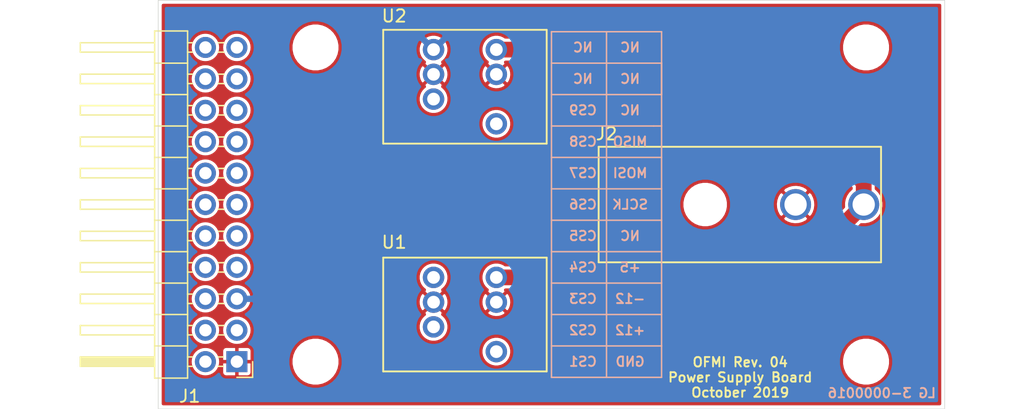
<source format=kicad_pcb>
(kicad_pcb (version 20171130) (host pcbnew "(5.1.2)-1")

  (general
    (thickness 1.6)
    (drawings 46)
    (tracks 6)
    (zones 0)
    (modules 8)
    (nets 6)
  )

  (page A4)
  (layers
    (0 F.Cu signal hide)
    (1 In1.Cu signal hide)
    (2 In2.Cu signal hide)
    (31 B.Cu signal hide)
    (32 B.Adhes user)
    (33 F.Adhes user)
    (34 B.Paste user)
    (35 F.Paste user)
    (36 B.SilkS user)
    (37 F.SilkS user)
    (38 B.Mask user)
    (39 F.Mask user)
    (40 Dwgs.User user)
    (41 Cmts.User user)
    (42 Eco1.User user)
    (43 Eco2.User user)
    (44 Edge.Cuts user)
    (45 Margin user)
    (46 B.CrtYd user)
    (47 F.CrtYd user)
    (48 B.Fab user)
    (49 F.Fab user)
  )

  (setup
    (last_trace_width 0.1524)
    (user_trace_width 1.27)
    (user_trace_width 2.54)
    (trace_clearance 0.1524)
    (zone_clearance 0.254)
    (zone_45_only no)
    (trace_min 0.127)
    (via_size 0.508)
    (via_drill 0.254)
    (via_min_size 0.508)
    (via_min_drill 0.254)
    (uvia_size 0.508)
    (uvia_drill 0.254)
    (uvias_allowed no)
    (uvia_min_size 0.508)
    (uvia_min_drill 0.254)
    (edge_width 0.05)
    (segment_width 0.2)
    (pcb_text_width 0.3)
    (pcb_text_size 1.5 1.5)
    (mod_edge_width 0.12)
    (mod_text_size 1 1)
    (mod_text_width 0.15)
    (pad_size 1.524 1.524)
    (pad_drill 0.762)
    (pad_to_mask_clearance 0.0508)
    (aux_axis_origin 0 0)
    (visible_elements 7FFFFFFF)
    (pcbplotparams
      (layerselection 0x010fc_ffffffff)
      (usegerberextensions false)
      (usegerberattributes false)
      (usegerberadvancedattributes false)
      (creategerberjobfile false)
      (excludeedgelayer true)
      (linewidth 0.100000)
      (plotframeref false)
      (viasonmask false)
      (mode 1)
      (useauxorigin false)
      (hpglpennumber 1)
      (hpglpenspeed 20)
      (hpglpendiameter 15.000000)
      (psnegative false)
      (psa4output false)
      (plotreference true)
      (plotvalue true)
      (plotinvisibletext false)
      (padsonsilk false)
      (subtractmaskfromsilk false)
      (outputformat 1)
      (mirror false)
      (drillshape 0)
      (scaleselection 1)
      (outputdirectory "../../Production/GERBERS/"))
  )

  (net 0 "")
  (net 1 +5V)
  (net 2 -12V)
  (net 3 +12V)
  (net 4 GND)
  (net 5 +BATT)

  (net_class Default "This is the default net class."
    (clearance 0.1524)
    (trace_width 0.1524)
    (via_dia 0.508)
    (via_drill 0.254)
    (uvia_dia 0.508)
    (uvia_drill 0.254)
    (diff_pair_width 0.1524)
    (diff_pair_gap 0.254)
    (add_net +12V)
    (add_net +5V)
    (add_net +BATT)
    (add_net -12V)
    (add_net GND)
  )

  (module Pin_Headers:Pin_Header_Angled_2x11_Pitch2.54mm (layer F.Cu) (tedit 59650532) (tstamp 5DB841FC)
    (at 130.81 128.27 180)
    (descr "Through hole angled pin header, 2x11, 2.54mm pitch, 6mm pin length, double rows")
    (tags "Through hole angled pin header THT 2x11 2.54mm double row")
    (path /5DB85602)
    (fp_text reference J1 (at 3.81 -2.794) (layer F.SilkS)
      (effects (font (size 1 1) (thickness 0.15)))
    )
    (fp_text value "To Digitiziers" (at 5.655 27.67) (layer F.Fab)
      (effects (font (size 1 1) (thickness 0.15)))
    )
    (fp_text user %R (at 5.31 12.7 90) (layer F.Fab)
      (effects (font (size 1 1) (thickness 0.15)))
    )
    (fp_line (start 13.1 -1.8) (end -1.8 -1.8) (layer F.CrtYd) (width 0.05))
    (fp_line (start 13.1 27.2) (end 13.1 -1.8) (layer F.CrtYd) (width 0.05))
    (fp_line (start -1.8 27.2) (end 13.1 27.2) (layer F.CrtYd) (width 0.05))
    (fp_line (start -1.8 -1.8) (end -1.8 27.2) (layer F.CrtYd) (width 0.05))
    (fp_line (start -1.27 -1.27) (end 0 -1.27) (layer F.SilkS) (width 0.12))
    (fp_line (start -1.27 0) (end -1.27 -1.27) (layer F.SilkS) (width 0.12))
    (fp_line (start 1.042929 25.78) (end 1.497071 25.78) (layer F.SilkS) (width 0.12))
    (fp_line (start 1.042929 25.02) (end 1.497071 25.02) (layer F.SilkS) (width 0.12))
    (fp_line (start 3.582929 25.78) (end 3.98 25.78) (layer F.SilkS) (width 0.12))
    (fp_line (start 3.582929 25.02) (end 3.98 25.02) (layer F.SilkS) (width 0.12))
    (fp_line (start 12.64 25.78) (end 6.64 25.78) (layer F.SilkS) (width 0.12))
    (fp_line (start 12.64 25.02) (end 12.64 25.78) (layer F.SilkS) (width 0.12))
    (fp_line (start 6.64 25.02) (end 12.64 25.02) (layer F.SilkS) (width 0.12))
    (fp_line (start 3.98 24.13) (end 6.64 24.13) (layer F.SilkS) (width 0.12))
    (fp_line (start 1.042929 23.24) (end 1.497071 23.24) (layer F.SilkS) (width 0.12))
    (fp_line (start 1.042929 22.48) (end 1.497071 22.48) (layer F.SilkS) (width 0.12))
    (fp_line (start 3.582929 23.24) (end 3.98 23.24) (layer F.SilkS) (width 0.12))
    (fp_line (start 3.582929 22.48) (end 3.98 22.48) (layer F.SilkS) (width 0.12))
    (fp_line (start 12.64 23.24) (end 6.64 23.24) (layer F.SilkS) (width 0.12))
    (fp_line (start 12.64 22.48) (end 12.64 23.24) (layer F.SilkS) (width 0.12))
    (fp_line (start 6.64 22.48) (end 12.64 22.48) (layer F.SilkS) (width 0.12))
    (fp_line (start 3.98 21.59) (end 6.64 21.59) (layer F.SilkS) (width 0.12))
    (fp_line (start 1.042929 20.7) (end 1.497071 20.7) (layer F.SilkS) (width 0.12))
    (fp_line (start 1.042929 19.94) (end 1.497071 19.94) (layer F.SilkS) (width 0.12))
    (fp_line (start 3.582929 20.7) (end 3.98 20.7) (layer F.SilkS) (width 0.12))
    (fp_line (start 3.582929 19.94) (end 3.98 19.94) (layer F.SilkS) (width 0.12))
    (fp_line (start 12.64 20.7) (end 6.64 20.7) (layer F.SilkS) (width 0.12))
    (fp_line (start 12.64 19.94) (end 12.64 20.7) (layer F.SilkS) (width 0.12))
    (fp_line (start 6.64 19.94) (end 12.64 19.94) (layer F.SilkS) (width 0.12))
    (fp_line (start 3.98 19.05) (end 6.64 19.05) (layer F.SilkS) (width 0.12))
    (fp_line (start 1.042929 18.16) (end 1.497071 18.16) (layer F.SilkS) (width 0.12))
    (fp_line (start 1.042929 17.4) (end 1.497071 17.4) (layer F.SilkS) (width 0.12))
    (fp_line (start 3.582929 18.16) (end 3.98 18.16) (layer F.SilkS) (width 0.12))
    (fp_line (start 3.582929 17.4) (end 3.98 17.4) (layer F.SilkS) (width 0.12))
    (fp_line (start 12.64 18.16) (end 6.64 18.16) (layer F.SilkS) (width 0.12))
    (fp_line (start 12.64 17.4) (end 12.64 18.16) (layer F.SilkS) (width 0.12))
    (fp_line (start 6.64 17.4) (end 12.64 17.4) (layer F.SilkS) (width 0.12))
    (fp_line (start 3.98 16.51) (end 6.64 16.51) (layer F.SilkS) (width 0.12))
    (fp_line (start 1.042929 15.62) (end 1.497071 15.62) (layer F.SilkS) (width 0.12))
    (fp_line (start 1.042929 14.86) (end 1.497071 14.86) (layer F.SilkS) (width 0.12))
    (fp_line (start 3.582929 15.62) (end 3.98 15.62) (layer F.SilkS) (width 0.12))
    (fp_line (start 3.582929 14.86) (end 3.98 14.86) (layer F.SilkS) (width 0.12))
    (fp_line (start 12.64 15.62) (end 6.64 15.62) (layer F.SilkS) (width 0.12))
    (fp_line (start 12.64 14.86) (end 12.64 15.62) (layer F.SilkS) (width 0.12))
    (fp_line (start 6.64 14.86) (end 12.64 14.86) (layer F.SilkS) (width 0.12))
    (fp_line (start 3.98 13.97) (end 6.64 13.97) (layer F.SilkS) (width 0.12))
    (fp_line (start 1.042929 13.08) (end 1.497071 13.08) (layer F.SilkS) (width 0.12))
    (fp_line (start 1.042929 12.32) (end 1.497071 12.32) (layer F.SilkS) (width 0.12))
    (fp_line (start 3.582929 13.08) (end 3.98 13.08) (layer F.SilkS) (width 0.12))
    (fp_line (start 3.582929 12.32) (end 3.98 12.32) (layer F.SilkS) (width 0.12))
    (fp_line (start 12.64 13.08) (end 6.64 13.08) (layer F.SilkS) (width 0.12))
    (fp_line (start 12.64 12.32) (end 12.64 13.08) (layer F.SilkS) (width 0.12))
    (fp_line (start 6.64 12.32) (end 12.64 12.32) (layer F.SilkS) (width 0.12))
    (fp_line (start 3.98 11.43) (end 6.64 11.43) (layer F.SilkS) (width 0.12))
    (fp_line (start 1.042929 10.54) (end 1.497071 10.54) (layer F.SilkS) (width 0.12))
    (fp_line (start 1.042929 9.78) (end 1.497071 9.78) (layer F.SilkS) (width 0.12))
    (fp_line (start 3.582929 10.54) (end 3.98 10.54) (layer F.SilkS) (width 0.12))
    (fp_line (start 3.582929 9.78) (end 3.98 9.78) (layer F.SilkS) (width 0.12))
    (fp_line (start 12.64 10.54) (end 6.64 10.54) (layer F.SilkS) (width 0.12))
    (fp_line (start 12.64 9.78) (end 12.64 10.54) (layer F.SilkS) (width 0.12))
    (fp_line (start 6.64 9.78) (end 12.64 9.78) (layer F.SilkS) (width 0.12))
    (fp_line (start 3.98 8.89) (end 6.64 8.89) (layer F.SilkS) (width 0.12))
    (fp_line (start 1.042929 8) (end 1.497071 8) (layer F.SilkS) (width 0.12))
    (fp_line (start 1.042929 7.24) (end 1.497071 7.24) (layer F.SilkS) (width 0.12))
    (fp_line (start 3.582929 8) (end 3.98 8) (layer F.SilkS) (width 0.12))
    (fp_line (start 3.582929 7.24) (end 3.98 7.24) (layer F.SilkS) (width 0.12))
    (fp_line (start 12.64 8) (end 6.64 8) (layer F.SilkS) (width 0.12))
    (fp_line (start 12.64 7.24) (end 12.64 8) (layer F.SilkS) (width 0.12))
    (fp_line (start 6.64 7.24) (end 12.64 7.24) (layer F.SilkS) (width 0.12))
    (fp_line (start 3.98 6.35) (end 6.64 6.35) (layer F.SilkS) (width 0.12))
    (fp_line (start 1.042929 5.46) (end 1.497071 5.46) (layer F.SilkS) (width 0.12))
    (fp_line (start 1.042929 4.7) (end 1.497071 4.7) (layer F.SilkS) (width 0.12))
    (fp_line (start 3.582929 5.46) (end 3.98 5.46) (layer F.SilkS) (width 0.12))
    (fp_line (start 3.582929 4.7) (end 3.98 4.7) (layer F.SilkS) (width 0.12))
    (fp_line (start 12.64 5.46) (end 6.64 5.46) (layer F.SilkS) (width 0.12))
    (fp_line (start 12.64 4.7) (end 12.64 5.46) (layer F.SilkS) (width 0.12))
    (fp_line (start 6.64 4.7) (end 12.64 4.7) (layer F.SilkS) (width 0.12))
    (fp_line (start 3.98 3.81) (end 6.64 3.81) (layer F.SilkS) (width 0.12))
    (fp_line (start 1.042929 2.92) (end 1.497071 2.92) (layer F.SilkS) (width 0.12))
    (fp_line (start 1.042929 2.16) (end 1.497071 2.16) (layer F.SilkS) (width 0.12))
    (fp_line (start 3.582929 2.92) (end 3.98 2.92) (layer F.SilkS) (width 0.12))
    (fp_line (start 3.582929 2.16) (end 3.98 2.16) (layer F.SilkS) (width 0.12))
    (fp_line (start 12.64 2.92) (end 6.64 2.92) (layer F.SilkS) (width 0.12))
    (fp_line (start 12.64 2.16) (end 12.64 2.92) (layer F.SilkS) (width 0.12))
    (fp_line (start 6.64 2.16) (end 12.64 2.16) (layer F.SilkS) (width 0.12))
    (fp_line (start 3.98 1.27) (end 6.64 1.27) (layer F.SilkS) (width 0.12))
    (fp_line (start 1.11 0.38) (end 1.497071 0.38) (layer F.SilkS) (width 0.12))
    (fp_line (start 1.11 -0.38) (end 1.497071 -0.38) (layer F.SilkS) (width 0.12))
    (fp_line (start 3.582929 0.38) (end 3.98 0.38) (layer F.SilkS) (width 0.12))
    (fp_line (start 3.582929 -0.38) (end 3.98 -0.38) (layer F.SilkS) (width 0.12))
    (fp_line (start 6.64 0.28) (end 12.64 0.28) (layer F.SilkS) (width 0.12))
    (fp_line (start 6.64 0.16) (end 12.64 0.16) (layer F.SilkS) (width 0.12))
    (fp_line (start 6.64 0.04) (end 12.64 0.04) (layer F.SilkS) (width 0.12))
    (fp_line (start 6.64 -0.08) (end 12.64 -0.08) (layer F.SilkS) (width 0.12))
    (fp_line (start 6.64 -0.2) (end 12.64 -0.2) (layer F.SilkS) (width 0.12))
    (fp_line (start 6.64 -0.32) (end 12.64 -0.32) (layer F.SilkS) (width 0.12))
    (fp_line (start 12.64 0.38) (end 6.64 0.38) (layer F.SilkS) (width 0.12))
    (fp_line (start 12.64 -0.38) (end 12.64 0.38) (layer F.SilkS) (width 0.12))
    (fp_line (start 6.64 -0.38) (end 12.64 -0.38) (layer F.SilkS) (width 0.12))
    (fp_line (start 6.64 -1.33) (end 3.98 -1.33) (layer F.SilkS) (width 0.12))
    (fp_line (start 6.64 26.73) (end 6.64 -1.33) (layer F.SilkS) (width 0.12))
    (fp_line (start 3.98 26.73) (end 6.64 26.73) (layer F.SilkS) (width 0.12))
    (fp_line (start 3.98 -1.33) (end 3.98 26.73) (layer F.SilkS) (width 0.12))
    (fp_line (start 6.58 25.72) (end 12.58 25.72) (layer F.Fab) (width 0.1))
    (fp_line (start 12.58 25.08) (end 12.58 25.72) (layer F.Fab) (width 0.1))
    (fp_line (start 6.58 25.08) (end 12.58 25.08) (layer F.Fab) (width 0.1))
    (fp_line (start -0.32 25.72) (end 4.04 25.72) (layer F.Fab) (width 0.1))
    (fp_line (start -0.32 25.08) (end -0.32 25.72) (layer F.Fab) (width 0.1))
    (fp_line (start -0.32 25.08) (end 4.04 25.08) (layer F.Fab) (width 0.1))
    (fp_line (start 6.58 23.18) (end 12.58 23.18) (layer F.Fab) (width 0.1))
    (fp_line (start 12.58 22.54) (end 12.58 23.18) (layer F.Fab) (width 0.1))
    (fp_line (start 6.58 22.54) (end 12.58 22.54) (layer F.Fab) (width 0.1))
    (fp_line (start -0.32 23.18) (end 4.04 23.18) (layer F.Fab) (width 0.1))
    (fp_line (start -0.32 22.54) (end -0.32 23.18) (layer F.Fab) (width 0.1))
    (fp_line (start -0.32 22.54) (end 4.04 22.54) (layer F.Fab) (width 0.1))
    (fp_line (start 6.58 20.64) (end 12.58 20.64) (layer F.Fab) (width 0.1))
    (fp_line (start 12.58 20) (end 12.58 20.64) (layer F.Fab) (width 0.1))
    (fp_line (start 6.58 20) (end 12.58 20) (layer F.Fab) (width 0.1))
    (fp_line (start -0.32 20.64) (end 4.04 20.64) (layer F.Fab) (width 0.1))
    (fp_line (start -0.32 20) (end -0.32 20.64) (layer F.Fab) (width 0.1))
    (fp_line (start -0.32 20) (end 4.04 20) (layer F.Fab) (width 0.1))
    (fp_line (start 6.58 18.1) (end 12.58 18.1) (layer F.Fab) (width 0.1))
    (fp_line (start 12.58 17.46) (end 12.58 18.1) (layer F.Fab) (width 0.1))
    (fp_line (start 6.58 17.46) (end 12.58 17.46) (layer F.Fab) (width 0.1))
    (fp_line (start -0.32 18.1) (end 4.04 18.1) (layer F.Fab) (width 0.1))
    (fp_line (start -0.32 17.46) (end -0.32 18.1) (layer F.Fab) (width 0.1))
    (fp_line (start -0.32 17.46) (end 4.04 17.46) (layer F.Fab) (width 0.1))
    (fp_line (start 6.58 15.56) (end 12.58 15.56) (layer F.Fab) (width 0.1))
    (fp_line (start 12.58 14.92) (end 12.58 15.56) (layer F.Fab) (width 0.1))
    (fp_line (start 6.58 14.92) (end 12.58 14.92) (layer F.Fab) (width 0.1))
    (fp_line (start -0.32 15.56) (end 4.04 15.56) (layer F.Fab) (width 0.1))
    (fp_line (start -0.32 14.92) (end -0.32 15.56) (layer F.Fab) (width 0.1))
    (fp_line (start -0.32 14.92) (end 4.04 14.92) (layer F.Fab) (width 0.1))
    (fp_line (start 6.58 13.02) (end 12.58 13.02) (layer F.Fab) (width 0.1))
    (fp_line (start 12.58 12.38) (end 12.58 13.02) (layer F.Fab) (width 0.1))
    (fp_line (start 6.58 12.38) (end 12.58 12.38) (layer F.Fab) (width 0.1))
    (fp_line (start -0.32 13.02) (end 4.04 13.02) (layer F.Fab) (width 0.1))
    (fp_line (start -0.32 12.38) (end -0.32 13.02) (layer F.Fab) (width 0.1))
    (fp_line (start -0.32 12.38) (end 4.04 12.38) (layer F.Fab) (width 0.1))
    (fp_line (start 6.58 10.48) (end 12.58 10.48) (layer F.Fab) (width 0.1))
    (fp_line (start 12.58 9.84) (end 12.58 10.48) (layer F.Fab) (width 0.1))
    (fp_line (start 6.58 9.84) (end 12.58 9.84) (layer F.Fab) (width 0.1))
    (fp_line (start -0.32 10.48) (end 4.04 10.48) (layer F.Fab) (width 0.1))
    (fp_line (start -0.32 9.84) (end -0.32 10.48) (layer F.Fab) (width 0.1))
    (fp_line (start -0.32 9.84) (end 4.04 9.84) (layer F.Fab) (width 0.1))
    (fp_line (start 6.58 7.94) (end 12.58 7.94) (layer F.Fab) (width 0.1))
    (fp_line (start 12.58 7.3) (end 12.58 7.94) (layer F.Fab) (width 0.1))
    (fp_line (start 6.58 7.3) (end 12.58 7.3) (layer F.Fab) (width 0.1))
    (fp_line (start -0.32 7.94) (end 4.04 7.94) (layer F.Fab) (width 0.1))
    (fp_line (start -0.32 7.3) (end -0.32 7.94) (layer F.Fab) (width 0.1))
    (fp_line (start -0.32 7.3) (end 4.04 7.3) (layer F.Fab) (width 0.1))
    (fp_line (start 6.58 5.4) (end 12.58 5.4) (layer F.Fab) (width 0.1))
    (fp_line (start 12.58 4.76) (end 12.58 5.4) (layer F.Fab) (width 0.1))
    (fp_line (start 6.58 4.76) (end 12.58 4.76) (layer F.Fab) (width 0.1))
    (fp_line (start -0.32 5.4) (end 4.04 5.4) (layer F.Fab) (width 0.1))
    (fp_line (start -0.32 4.76) (end -0.32 5.4) (layer F.Fab) (width 0.1))
    (fp_line (start -0.32 4.76) (end 4.04 4.76) (layer F.Fab) (width 0.1))
    (fp_line (start 6.58 2.86) (end 12.58 2.86) (layer F.Fab) (width 0.1))
    (fp_line (start 12.58 2.22) (end 12.58 2.86) (layer F.Fab) (width 0.1))
    (fp_line (start 6.58 2.22) (end 12.58 2.22) (layer F.Fab) (width 0.1))
    (fp_line (start -0.32 2.86) (end 4.04 2.86) (layer F.Fab) (width 0.1))
    (fp_line (start -0.32 2.22) (end -0.32 2.86) (layer F.Fab) (width 0.1))
    (fp_line (start -0.32 2.22) (end 4.04 2.22) (layer F.Fab) (width 0.1))
    (fp_line (start 6.58 0.32) (end 12.58 0.32) (layer F.Fab) (width 0.1))
    (fp_line (start 12.58 -0.32) (end 12.58 0.32) (layer F.Fab) (width 0.1))
    (fp_line (start 6.58 -0.32) (end 12.58 -0.32) (layer F.Fab) (width 0.1))
    (fp_line (start -0.32 0.32) (end 4.04 0.32) (layer F.Fab) (width 0.1))
    (fp_line (start -0.32 -0.32) (end -0.32 0.32) (layer F.Fab) (width 0.1))
    (fp_line (start -0.32 -0.32) (end 4.04 -0.32) (layer F.Fab) (width 0.1))
    (fp_line (start 4.04 -0.635) (end 4.675 -1.27) (layer F.Fab) (width 0.1))
    (fp_line (start 4.04 26.67) (end 4.04 -0.635) (layer F.Fab) (width 0.1))
    (fp_line (start 6.58 26.67) (end 4.04 26.67) (layer F.Fab) (width 0.1))
    (fp_line (start 6.58 -1.27) (end 6.58 26.67) (layer F.Fab) (width 0.1))
    (fp_line (start 4.675 -1.27) (end 6.58 -1.27) (layer F.Fab) (width 0.1))
    (pad 22 thru_hole oval (at 2.54 25.4 180) (size 1.7 1.7) (drill 1) (layers *.Cu *.Mask))
    (pad 21 thru_hole oval (at 0 25.4 180) (size 1.7 1.7) (drill 1) (layers *.Cu *.Mask))
    (pad 20 thru_hole oval (at 2.54 22.86 180) (size 1.7 1.7) (drill 1) (layers *.Cu *.Mask))
    (pad 19 thru_hole oval (at 0 22.86 180) (size 1.7 1.7) (drill 1) (layers *.Cu *.Mask))
    (pad 18 thru_hole oval (at 2.54 20.32 180) (size 1.7 1.7) (drill 1) (layers *.Cu *.Mask))
    (pad 17 thru_hole oval (at 0 20.32 180) (size 1.7 1.7) (drill 1) (layers *.Cu *.Mask))
    (pad 16 thru_hole oval (at 2.54 17.78 180) (size 1.7 1.7) (drill 1) (layers *.Cu *.Mask))
    (pad 15 thru_hole oval (at 0 17.78 180) (size 1.7 1.7) (drill 1) (layers *.Cu *.Mask))
    (pad 14 thru_hole oval (at 2.54 15.24 180) (size 1.7 1.7) (drill 1) (layers *.Cu *.Mask))
    (pad 13 thru_hole oval (at 0 15.24 180) (size 1.7 1.7) (drill 1) (layers *.Cu *.Mask))
    (pad 12 thru_hole oval (at 2.54 12.7 180) (size 1.7 1.7) (drill 1) (layers *.Cu *.Mask))
    (pad 11 thru_hole oval (at 0 12.7 180) (size 1.7 1.7) (drill 1) (layers *.Cu *.Mask))
    (pad 10 thru_hole oval (at 2.54 10.16 180) (size 1.7 1.7) (drill 1) (layers *.Cu *.Mask))
    (pad 9 thru_hole oval (at 0 10.16 180) (size 1.7 1.7) (drill 1) (layers *.Cu *.Mask))
    (pad 8 thru_hole oval (at 2.54 7.62 180) (size 1.7 1.7) (drill 1) (layers *.Cu *.Mask))
    (pad 7 thru_hole oval (at 0 7.62 180) (size 1.7 1.7) (drill 1) (layers *.Cu *.Mask)
      (net 1 +5V))
    (pad 6 thru_hole oval (at 2.54 5.08 180) (size 1.7 1.7) (drill 1) (layers *.Cu *.Mask))
    (pad 5 thru_hole oval (at 0 5.08 180) (size 1.7 1.7) (drill 1) (layers *.Cu *.Mask)
      (net 2 -12V))
    (pad 4 thru_hole oval (at 2.54 2.54 180) (size 1.7 1.7) (drill 1) (layers *.Cu *.Mask))
    (pad 3 thru_hole oval (at 0 2.54 180) (size 1.7 1.7) (drill 1) (layers *.Cu *.Mask)
      (net 3 +12V))
    (pad 2 thru_hole oval (at 2.54 0 180) (size 1.7 1.7) (drill 1) (layers *.Cu *.Mask))
    (pad 1 thru_hole rect (at 0 0 180) (size 1.7 1.7) (drill 1) (layers *.Cu *.Mask)
      (net 4 GND))
    (model ${KISYS3DMOD}/Pin_Headers.3dshapes/Pin_Header_Angled_2x11_Pitch2.54mm.wrl
      (at (xyz 0 0 0))
      (scale (xyz 1 1 1))
      (rotate (xyz 0 0 0))
    )
  )

  (module lib_fp:76825-0002 (layer F.Cu) (tedit 5DB83FE7) (tstamp 5DB84207)
    (at 160.02 115.57 270)
    (path /5DB841B4)
    (fp_text reference J2 (at -5.715 -0.635 180) (layer F.SilkS)
      (effects (font (size 1 1) (thickness 0.15)))
    )
    (fp_text value "Power Input" (at 0 -0.5 90) (layer F.Fab)
      (effects (font (size 1 1) (thickness 0.15)))
    )
    (fp_line (start -4.67 0) (end 4.67 0) (layer F.SilkS) (width 0.15))
    (fp_line (start 4.67 0) (end 4.67 -22.8) (layer F.SilkS) (width 0.15))
    (fp_line (start 4.67 -22.8) (end -4.67 -22.8) (layer F.SilkS) (width 0.15))
    (fp_line (start -4.67 -22.8) (end -4.67 0) (layer F.SilkS) (width 0.15))
    (pad "" np_thru_hole circle (at 0 -8.6 270) (size 3 3) (drill 3) (layers *.Cu *.Mask))
    (pad 1 thru_hole circle (at 0 -15.9 270) (size 2.5 2.5) (drill 1.8) (layers *.Cu *.Mask)
      (net 4 GND))
    (pad 2 thru_hole circle (at 0 -21.4 270) (size 2.5 2.5) (drill 1.8) (layers *.Cu *.Mask)
      (net 5 +BATT))
  )

  (module lib_fp:TDN5WI (layer F.Cu) (tedit 5DB83E0B) (tstamp 5DB84969)
    (at 149.225 124.46 180)
    (path /5DB88940)
    (fp_text reference U1 (at 5.715 5.842) (layer F.SilkS)
      (effects (font (size 1 1) (thickness 0.15)))
    )
    (fp_text value "TDN 5-2411WI" (at 0 0) (layer F.Fab)
      (effects (font (size 1 1) (thickness 0.15)))
    )
    (fp_line (start -6.6 -4.6) (end 6.6 -4.6) (layer F.SilkS) (width 0.15))
    (fp_line (start 6.6 -4.6) (end 6.6 4.6) (layer F.SilkS) (width 0.15))
    (fp_line (start 6.6 4.6) (end -6.6 4.6) (layer F.SilkS) (width 0.15))
    (fp_line (start -6.6 4.6) (end -6.6 -4.6) (layer F.SilkS) (width 0.15))
    (pad 1 thru_hole circle (at -2.535 3 180) (size 1.73 1.73) (drill 1.03) (layers *.Cu *.Mask)
      (net 5 +BATT))
    (pad 2 thru_hole circle (at -2.535 1 180) (size 1.73 1.73) (drill 1.03) (layers *.Cu *.Mask)
      (net 4 GND))
    (pad 4 thru_hole circle (at -2.535 -3 180) (size 1.73 1.73) (drill 1.03) (layers *.Cu *.Mask))
    (pad 7 thru_hole circle (at 2.535 -1 180) (size 1.73 1.73) (drill 1.03) (layers *.Cu *.Mask)
      (net 1 +5V))
    (pad 5 thru_hole circle (at 2.535 3 180) (size 1.73 1.73) (drill 1.03) (layers *.Cu *.Mask))
    (pad 6 thru_hole circle (at 2.535 1 180) (size 1.73 1.73) (drill 1.03) (layers *.Cu *.Mask)
      (net 4 GND))
  )

  (module lib_fp:TDN5WI (layer F.Cu) (tedit 5DB83E0B) (tstamp 5DB84223)
    (at 149.225 106.045 180)
    (path /5DB88E83)
    (fp_text reference U2 (at 5.715 5.715) (layer F.SilkS)
      (effects (font (size 1 1) (thickness 0.15)))
    )
    (fp_text value "TDN 5-2422WI" (at 0 0) (layer F.Fab)
      (effects (font (size 1 1) (thickness 0.15)))
    )
    (fp_line (start -6.6 4.6) (end -6.6 -4.6) (layer F.SilkS) (width 0.15))
    (fp_line (start 6.6 4.6) (end -6.6 4.6) (layer F.SilkS) (width 0.15))
    (fp_line (start 6.6 -4.6) (end 6.6 4.6) (layer F.SilkS) (width 0.15))
    (fp_line (start -6.6 -4.6) (end 6.6 -4.6) (layer F.SilkS) (width 0.15))
    (pad 6 thru_hole circle (at 2.535 1 180) (size 1.73 1.73) (drill 1.03) (layers *.Cu *.Mask)
      (net 4 GND))
    (pad 5 thru_hole circle (at 2.535 3 180) (size 1.73 1.73) (drill 1.03) (layers *.Cu *.Mask)
      (net 2 -12V))
    (pad 7 thru_hole circle (at 2.535 -1 180) (size 1.73 1.73) (drill 1.03) (layers *.Cu *.Mask)
      (net 3 +12V))
    (pad 4 thru_hole circle (at -2.535 -3 180) (size 1.73 1.73) (drill 1.03) (layers *.Cu *.Mask))
    (pad 2 thru_hole circle (at -2.535 1 180) (size 1.73 1.73) (drill 1.03) (layers *.Cu *.Mask)
      (net 4 GND))
    (pad 1 thru_hole circle (at -2.535 3 180) (size 1.73 1.73) (drill 1.03) (layers *.Cu *.Mask)
      (net 5 +BATT))
  )

  (module Mounting_Holes:MountingHole_3.2mm_M3_DIN965 (layer F.Cu) (tedit 56D1B4CB) (tstamp 5DB84D10)
    (at 137.16 102.87)
    (descr "Mounting Hole 3.2mm, no annular, M3, DIN965")
    (tags "mounting hole 3.2mm no annular m3 din965")
    (path /5DB96A17)
    (attr virtual)
    (fp_text reference H1 (at 0 -3.8) (layer F.SilkS) hide
      (effects (font (size 1 1) (thickness 0.15)))
    )
    (fp_text value MountingHole (at 0 3.8) (layer F.Fab)
      (effects (font (size 1 1) (thickness 0.15)))
    )
    (fp_circle (center 0 0) (end 3.05 0) (layer F.CrtYd) (width 0.05))
    (fp_circle (center 0 0) (end 2.8 0) (layer Cmts.User) (width 0.15))
    (fp_text user %R (at 0.3 0) (layer F.Fab)
      (effects (font (size 1 1) (thickness 0.15)))
    )
    (pad 1 np_thru_hole circle (at 0 0) (size 3.2 3.2) (drill 3.2) (layers *.Cu *.Mask))
  )

  (module Mounting_Holes:MountingHole_3.2mm_M3_DIN965 (layer F.Cu) (tedit 56D1B4CB) (tstamp 5DB84B7D)
    (at 181.61 102.87)
    (descr "Mounting Hole 3.2mm, no annular, M3, DIN965")
    (tags "mounting hole 3.2mm no annular m3 din965")
    (path /5DB97038)
    (attr virtual)
    (fp_text reference H2 (at 0 -3.8) (layer F.SilkS) hide
      (effects (font (size 1 1) (thickness 0.15)))
    )
    (fp_text value MountingHole (at 0 3.8) (layer F.Fab)
      (effects (font (size 1 1) (thickness 0.15)))
    )
    (fp_text user %R (at 0.3 0) (layer F.Fab)
      (effects (font (size 1 1) (thickness 0.15)))
    )
    (fp_circle (center 0 0) (end 2.8 0) (layer Cmts.User) (width 0.15))
    (fp_circle (center 0 0) (end 3.05 0) (layer F.CrtYd) (width 0.05))
    (pad 1 np_thru_hole circle (at 0 0) (size 3.2 3.2) (drill 3.2) (layers *.Cu *.Mask))
  )

  (module Mounting_Holes:MountingHole_3.2mm_M3_DIN965 (layer F.Cu) (tedit 56D1B4CB) (tstamp 5DB84B85)
    (at 181.61 128.27)
    (descr "Mounting Hole 3.2mm, no annular, M3, DIN965")
    (tags "mounting hole 3.2mm no annular m3 din965")
    (path /5DB9733E)
    (attr virtual)
    (fp_text reference H3 (at 0 -3.8) (layer F.SilkS) hide
      (effects (font (size 1 1) (thickness 0.15)))
    )
    (fp_text value MountingHole (at 0 3.8) (layer F.Fab)
      (effects (font (size 1 1) (thickness 0.15)))
    )
    (fp_circle (center 0 0) (end 3.05 0) (layer F.CrtYd) (width 0.05))
    (fp_circle (center 0 0) (end 2.8 0) (layer Cmts.User) (width 0.15))
    (fp_text user %R (at 0.3 0) (layer F.Fab)
      (effects (font (size 1 1) (thickness 0.15)))
    )
    (pad 1 np_thru_hole circle (at 0 0) (size 3.2 3.2) (drill 3.2) (layers *.Cu *.Mask))
  )

  (module Mounting_Holes:MountingHole_3.2mm_M3_DIN965 (layer F.Cu) (tedit 56D1B4CB) (tstamp 5DB84B8D)
    (at 137.16 128.27)
    (descr "Mounting Hole 3.2mm, no annular, M3, DIN965")
    (tags "mounting hole 3.2mm no annular m3 din965")
    (path /5DB97690)
    (attr virtual)
    (fp_text reference H4 (at 0 -3.8) (layer F.SilkS) hide
      (effects (font (size 1 1) (thickness 0.15)))
    )
    (fp_text value MountingHole (at 0 3.8) (layer F.Fab)
      (effects (font (size 1 1) (thickness 0.15)))
    )
    (fp_text user %R (at 0.3 0) (layer F.Fab)
      (effects (font (size 1 1) (thickness 0.15)))
    )
    (fp_circle (center 0 0) (end 2.8 0) (layer Cmts.User) (width 0.15))
    (fp_circle (center 0 0) (end 3.05 0) (layer F.CrtYd) (width 0.05))
    (pad 1 np_thru_hole circle (at 0 0) (size 3.2 3.2) (drill 3.2) (layers *.Cu *.Mask))
  )

  (gr_text NC (at 162.56 107.95) (layer B.SilkS) (tstamp 5DB84D31)
    (effects (font (size 0.762 0.762) (thickness 0.14986)) (justify mirror))
  )
  (gr_line (start 160.655 101.6) (end 160.655 129.54) (layer B.SilkS) (width 0.12) (tstamp 5DB84D1F))
  (gr_line (start 165.1 101.6) (end 156.21 101.6) (layer B.SilkS) (width 0.12) (tstamp 5DB84CDA))
  (gr_line (start 165.1 129.54) (end 156.21 129.54) (layer B.SilkS) (width 0.12) (tstamp 5DB84CE6))
  (gr_line (start 156.21 127) (end 165.1 127) (layer B.SilkS) (width 0.12) (tstamp 5DB84CEF))
  (gr_line (start 165.1 124.46) (end 156.21 124.46) (layer B.SilkS) (width 0.12) (tstamp 5DB84CE3))
  (gr_line (start 156.21 119.38) (end 165.1 119.38) (layer B.SilkS) (width 0.12) (tstamp 5DB84CE9))
  (gr_line (start 165.1 121.92) (end 156.21 121.92) (layer B.SilkS) (width 0.12) (tstamp 5DB84CD4))
  (gr_line (start 156.21 116.84) (end 165.1 116.84) (layer B.SilkS) (width 0.12) (tstamp 5DB84CE0))
  (gr_line (start 165.1 114.3) (end 156.21 114.3) (layer B.SilkS) (width 0.12) (tstamp 5DB84CEC))
  (gr_line (start 165.1 111.76) (end 156.21 111.76) (layer B.SilkS) (width 0.12) (tstamp 5DB84CDD))
  (gr_line (start 164.465 109.22) (end 165.1 109.22) (layer B.SilkS) (width 0.12) (tstamp 5DB84CF2))
  (gr_line (start 156.21 109.22) (end 164.465 109.22) (layer B.SilkS) (width 0.12) (tstamp 5DB84D01))
  (gr_line (start 165.1 106.68) (end 156.21 106.68) (layer B.SilkS) (width 0.12) (tstamp 5DB84D07))
  (gr_line (start 165.1 104.14) (end 165.1 106.68) (layer B.SilkS) (width 0.12) (tstamp 5DB84CF5))
  (gr_line (start 156.21 104.14) (end 165.1 104.14) (layer B.SilkS) (width 0.12) (tstamp 5DB84CF8))
  (gr_line (start 165.1 129.54) (end 165.1 101.6) (layer B.SilkS) (width 0.12) (tstamp 5DB84CFB))
  (gr_line (start 156.21 101.6) (end 156.21 129.54) (layer B.SilkS) (width 0.12) (tstamp 5DB84CFE))
  (gr_text +5 (at 162.56 120.65) (layer B.SilkS) (tstamp 5DB84D2B)
    (effects (font (size 0.762 0.762) (thickness 0.14986)) (justify mirror))
  )
  (gr_text NC (at 162.56 102.87) (layer B.SilkS) (tstamp 5DB84D28)
    (effects (font (size 0.762 0.762) (thickness 0.14986)) (justify mirror))
  )
  (gr_text MISO (at 162.56 110.49) (layer B.SilkS) (tstamp 5DB84D2E)
    (effects (font (size 0.762 0.762) (thickness 0.14986)) (justify mirror))
  )
  (gr_text NC (at 162.56 105.41) (layer B.SilkS) (tstamp 5DB84D22)
    (effects (font (size 0.762 0.762) (thickness 0.14986)) (justify mirror))
  )
  (gr_text SCLK (at 162.56 115.57) (layer B.SilkS) (tstamp 5DB84D37)
    (effects (font (size 0.762 0.762) (thickness 0.14986)) (justify mirror))
  )
  (gr_text NC (at 162.56 118.11) (layer B.SilkS) (tstamp 5DB84D25)
    (effects (font (size 0.762 0.762) (thickness 0.14986)) (justify mirror))
  )
  (gr_text MOSI (at 162.56 113.03) (layer B.SilkS) (tstamp 5DB84D34)
    (effects (font (size 0.762 0.762) (thickness 0.14986)) (justify mirror))
  )
  (gr_text NC (at 158.75 102.87) (layer B.SilkS) (tstamp 5DB84D3A)
    (effects (font (size 0.762 0.762) (thickness 0.14986)) (justify mirror))
  )
  (gr_text NC (at 158.75 105.41) (layer B.SilkS) (tstamp 5DB84D4F)
    (effects (font (size 0.762 0.762) (thickness 0.14986)) (justify mirror))
  )
  (gr_text CS9 (at 158.75 107.95) (layer B.SilkS) (tstamp 5DB84D4C)
    (effects (font (size 0.762 0.762) (thickness 0.14986)) (justify mirror))
  )
  (gr_text CS8 (at 158.75 110.49) (layer B.SilkS) (tstamp 5DB84D49)
    (effects (font (size 0.762 0.762) (thickness 0.14986)) (justify mirror))
  )
  (gr_text CS7 (at 158.75 113.03) (layer B.SilkS) (tstamp 5DB84D5E)
    (effects (font (size 0.762 0.762) (thickness 0.14986)) (justify mirror))
  )
  (gr_text CS4 (at 158.75 120.65) (layer B.SilkS) (tstamp 5DB84D61)
    (effects (font (size 0.762 0.762) (thickness 0.14986)) (justify mirror))
  )
  (gr_text CS6 (at 158.75 115.57) (layer B.SilkS) (tstamp 5DB84D52)
    (effects (font (size 0.762 0.762) (thickness 0.14986)) (justify mirror))
  )
  (gr_text CS5 (at 158.75 118.11) (layer B.SilkS) (tstamp 5DB84D58)
    (effects (font (size 0.762 0.762) (thickness 0.14986)) (justify mirror))
  )
  (gr_text CS3 (at 158.75 123.19) (layer B.SilkS) (tstamp 5DB84D40)
    (effects (font (size 0.762 0.762) (thickness 0.14986)) (justify mirror))
  )
  (gr_text -12 (at 162.56 123.19) (layer B.SilkS) (tstamp 5DB84D43)
    (effects (font (size 0.762 0.762) (thickness 0.14986)) (justify mirror))
  )
  (gr_text CS2 (at 158.75 125.73) (layer B.SilkS) (tstamp 5DB84D46)
    (effects (font (size 0.762 0.762) (thickness 0.14986)) (justify mirror))
  )
  (gr_text +12 (at 162.56 125.73) (layer B.SilkS) (tstamp 5DB84D55)
    (effects (font (size 0.762 0.762) (thickness 0.14986)) (justify mirror))
  )
  (gr_text CS1 (at 158.75 128.27) (layer B.SilkS) (tstamp 5DB84D3D)
    (effects (font (size 0.762 0.762) (thickness 0.14986)) (justify mirror))
  )
  (gr_text GND (at 162.56 128.27) (layer B.SilkS) (tstamp 5DB84D5B)
    (effects (font (size 0.762 0.762) (thickness 0.14986)) (justify mirror))
  )
  (gr_text "OFMI Rev. 04\nPower Supply Board\nOctober 2019" (at 171.45 129.54) (layer F.SilkS)
    (effects (font (size 0.762 0.762) (thickness 0.14986)))
  )
  (gr_text "LG 3-0000016" (at 182.88 130.81) (layer B.SilkS)
    (effects (font (size 0.762 0.762) (thickness 0.14986)) (justify mirror))
  )
  (gr_line (start 111.76 115.57) (end 194.31 115.57) (layer Dwgs.User) (width 0.15) (tstamp 5DB84AEB))
  (gr_line (start 187.96 99.06) (end 124.46 99.06) (layer Edge.Cuts) (width 0.05) (tstamp 5DB8476C))
  (gr_line (start 187.96 132.08) (end 187.96 99.06) (layer Edge.Cuts) (width 0.05))
  (gr_line (start 124.46 132.08) (end 187.96 132.08) (layer Edge.Cuts) (width 0.05))
  (gr_line (start 124.46 99.06) (end 124.46 132.08) (layer Edge.Cuts) (width 0.05))

  (segment (start 152.983294 103.045) (end 151.76 103.045) (width 1.27) (layer F.Cu) (net 5))
  (segment (start 170.662766 103.045) (end 152.983294 103.045) (width 1.27) (layer F.Cu) (net 5))
  (segment (start 181.42 113.802234) (end 170.662766 103.045) (width 1.27) (layer F.Cu) (net 5))
  (segment (start 181.42 115.57) (end 181.42 113.802234) (width 1.27) (layer F.Cu) (net 5))
  (segment (start 175.53 121.46) (end 151.76 121.46) (width 1.27) (layer F.Cu) (net 5))
  (segment (start 181.42 115.57) (end 175.53 121.46) (width 1.27) (layer F.Cu) (net 5))

  (zone (net 4) (net_name GND) (layer F.Cu) (tstamp 5DB8A16F) (hatch edge 0.508)
    (connect_pads (clearance 0.254))
    (min_thickness 0.254)
    (fill yes (arc_segments 32) (thermal_gap 0.254) (thermal_bridge_width 0.2794))
    (polygon
      (pts
        (xy 121.92 96.52) (xy 190.5 96.52) (xy 190.5 134.62) (xy 121.92 134.62)
      )
    )
    (filled_polygon
      (pts
        (xy 187.554 131.674) (xy 124.866 131.674) (xy 124.866 128.27) (xy 127.033044 128.27) (xy 127.056812 128.511318)
        (xy 127.127202 128.743363) (xy 127.241509 128.957216) (xy 127.39534 129.14466) (xy 127.582784 129.298491) (xy 127.796637 129.412798)
        (xy 128.028682 129.483188) (xy 128.209528 129.501) (xy 128.330472 129.501) (xy 128.511318 129.483188) (xy 128.743363 129.412798)
        (xy 128.957216 129.298491) (xy 129.14466 129.14466) (xy 129.164897 129.12) (xy 129.577157 129.12) (xy 129.584513 129.194689)
        (xy 129.606299 129.266508) (xy 129.641678 129.332696) (xy 129.689289 129.390711) (xy 129.747304 129.438322) (xy 129.813492 129.473701)
        (xy 129.885311 129.495487) (xy 129.96 129.502843) (xy 130.70205 129.501) (xy 130.7973 129.40575) (xy 130.7973 128.2827)
        (xy 130.8227 128.2827) (xy 130.8227 129.40575) (xy 130.91795 129.501) (xy 131.66 129.502843) (xy 131.734689 129.495487)
        (xy 131.806508 129.473701) (xy 131.872696 129.438322) (xy 131.930711 129.390711) (xy 131.978322 129.332696) (xy 132.013701 129.266508)
        (xy 132.035487 129.194689) (xy 132.042843 129.12) (xy 132.041 128.37795) (xy 131.94575 128.2827) (xy 130.8227 128.2827)
        (xy 130.7973 128.2827) (xy 129.67425 128.2827) (xy 129.579 128.37795) (xy 129.577157 129.12) (xy 129.164897 129.12)
        (xy 129.298491 128.957216) (xy 129.412798 128.743363) (xy 129.483188 128.511318) (xy 129.506956 128.27) (xy 129.483188 128.028682)
        (xy 129.412798 127.796637) (xy 129.298491 127.582784) (xy 129.164898 127.42) (xy 129.577157 127.42) (xy 129.579 128.16205)
        (xy 129.67425 128.2573) (xy 130.7973 128.2573) (xy 130.7973 127.13425) (xy 130.8227 127.13425) (xy 130.8227 128.2573)
        (xy 131.94575 128.2573) (xy 132.041 128.16205) (xy 132.041216 128.074889) (xy 135.179 128.074889) (xy 135.179 128.465111)
        (xy 135.255129 128.847836) (xy 135.404461 129.208355) (xy 135.621257 129.532814) (xy 135.897186 129.808743) (xy 136.221645 130.025539)
        (xy 136.582164 130.174871) (xy 136.964889 130.251) (xy 137.355111 130.251) (xy 137.737836 130.174871) (xy 138.098355 130.025539)
        (xy 138.422814 129.808743) (xy 138.698743 129.532814) (xy 138.915539 129.208355) (xy 139.064871 128.847836) (xy 139.141 128.465111)
        (xy 139.141 128.074889) (xy 139.064871 127.692164) (xy 138.917874 127.33728) (xy 150.514 127.33728) (xy 150.514 127.58272)
        (xy 150.561883 127.823445) (xy 150.655809 128.050202) (xy 150.792168 128.254279) (xy 150.965721 128.427832) (xy 151.169798 128.564191)
        (xy 151.396555 128.658117) (xy 151.63728 128.706) (xy 151.88272 128.706) (xy 152.123445 128.658117) (xy 152.350202 128.564191)
        (xy 152.554279 128.427832) (xy 152.727832 128.254279) (xy 152.847695 128.074889) (xy 179.629 128.074889) (xy 179.629 128.465111)
        (xy 179.705129 128.847836) (xy 179.854461 129.208355) (xy 180.071257 129.532814) (xy 180.347186 129.808743) (xy 180.671645 130.025539)
        (xy 181.032164 130.174871) (xy 181.414889 130.251) (xy 181.805111 130.251) (xy 182.187836 130.174871) (xy 182.548355 130.025539)
        (xy 182.872814 129.808743) (xy 183.148743 129.532814) (xy 183.365539 129.208355) (xy 183.514871 128.847836) (xy 183.591 128.465111)
        (xy 183.591 128.074889) (xy 183.514871 127.692164) (xy 183.365539 127.331645) (xy 183.148743 127.007186) (xy 182.872814 126.731257)
        (xy 182.548355 126.514461) (xy 182.187836 126.365129) (xy 181.805111 126.289) (xy 181.414889 126.289) (xy 181.032164 126.365129)
        (xy 180.671645 126.514461) (xy 180.347186 126.731257) (xy 180.071257 127.007186) (xy 179.854461 127.331645) (xy 179.705129 127.692164)
        (xy 179.629 128.074889) (xy 152.847695 128.074889) (xy 152.864191 128.050202) (xy 152.958117 127.823445) (xy 153.006 127.58272)
        (xy 153.006 127.33728) (xy 152.958117 127.096555) (xy 152.864191 126.869798) (xy 152.727832 126.665721) (xy 152.554279 126.492168)
        (xy 152.350202 126.355809) (xy 152.123445 126.261883) (xy 151.88272 126.214) (xy 151.63728 126.214) (xy 151.396555 126.261883)
        (xy 151.169798 126.355809) (xy 150.965721 126.492168) (xy 150.792168 126.665721) (xy 150.655809 126.869798) (xy 150.561883 127.096555)
        (xy 150.514 127.33728) (xy 138.917874 127.33728) (xy 138.915539 127.331645) (xy 138.698743 127.007186) (xy 138.422814 126.731257)
        (xy 138.098355 126.514461) (xy 137.737836 126.365129) (xy 137.355111 126.289) (xy 136.964889 126.289) (xy 136.582164 126.365129)
        (xy 136.221645 126.514461) (xy 135.897186 126.731257) (xy 135.621257 127.007186) (xy 135.404461 127.331645) (xy 135.255129 127.692164)
        (xy 135.179 128.074889) (xy 132.041216 128.074889) (xy 132.042843 127.42) (xy 132.035487 127.345311) (xy 132.013701 127.273492)
        (xy 131.978322 127.207304) (xy 131.930711 127.149289) (xy 131.872696 127.101678) (xy 131.806508 127.066299) (xy 131.734689 127.044513)
        (xy 131.66 127.037157) (xy 130.91795 127.039) (xy 130.8227 127.13425) (xy 130.7973 127.13425) (xy 130.70205 127.039)
        (xy 129.96 127.037157) (xy 129.885311 127.044513) (xy 129.813492 127.066299) (xy 129.747304 127.101678) (xy 129.689289 127.149289)
        (xy 129.641678 127.207304) (xy 129.606299 127.273492) (xy 129.584513 127.345311) (xy 129.577157 127.42) (xy 129.164898 127.42)
        (xy 129.14466 127.39534) (xy 128.957216 127.241509) (xy 128.743363 127.127202) (xy 128.511318 127.056812) (xy 128.330472 127.039)
        (xy 128.209528 127.039) (xy 128.028682 127.056812) (xy 127.796637 127.127202) (xy 127.582784 127.241509) (xy 127.39534 127.39534)
        (xy 127.241509 127.582784) (xy 127.127202 127.796637) (xy 127.056812 128.028682) (xy 127.033044 128.27) (xy 124.866 128.27)
        (xy 124.866 125.73) (xy 127.033044 125.73) (xy 127.056812 125.971318) (xy 127.127202 126.203363) (xy 127.241509 126.417216)
        (xy 127.39534 126.60466) (xy 127.582784 126.758491) (xy 127.796637 126.872798) (xy 128.028682 126.943188) (xy 128.209528 126.961)
        (xy 128.330472 126.961) (xy 128.511318 126.943188) (xy 128.743363 126.872798) (xy 128.957216 126.758491) (xy 129.14466 126.60466)
        (xy 129.298491 126.417216) (xy 129.412798 126.203363) (xy 129.483188 125.971318) (xy 129.506956 125.73) (xy 129.573044 125.73)
        (xy 129.596812 125.971318) (xy 129.667202 126.203363) (xy 129.781509 126.417216) (xy 129.93534 126.60466) (xy 130.122784 126.758491)
        (xy 130.336637 126.872798) (xy 130.568682 126.943188) (xy 130.749528 126.961) (xy 130.870472 126.961) (xy 131.051318 126.943188)
        (xy 131.283363 126.872798) (xy 131.497216 126.758491) (xy 131.68466 126.60466) (xy 131.838491 126.417216) (xy 131.952798 126.203363)
        (xy 132.023188 125.971318) (xy 132.046956 125.73) (xy 132.023188 125.488682) (xy 131.977261 125.33728) (xy 145.444 125.33728)
        (xy 145.444 125.58272) (xy 145.491883 125.823445) (xy 145.585809 126.050202) (xy 145.722168 126.254279) (xy 145.895721 126.427832)
        (xy 146.099798 126.564191) (xy 146.326555 126.658117) (xy 146.56728 126.706) (xy 146.81272 126.706) (xy 147.053445 126.658117)
        (xy 147.280202 126.564191) (xy 147.484279 126.427832) (xy 147.657832 126.254279) (xy 147.794191 126.050202) (xy 147.888117 125.823445)
        (xy 147.936 125.58272) (xy 147.936 125.33728) (xy 147.888117 125.096555) (xy 147.794191 124.869798) (xy 147.657832 124.665721)
        (xy 147.484279 124.492168) (xy 147.426998 124.453894) (xy 147.498937 124.286897) (xy 150.951063 124.286897) (xy 151.034388 124.480326)
        (xy 151.247385 124.602281) (xy 151.480083 124.680338) (xy 151.723537 124.711498) (xy 151.968393 124.694565) (xy 152.20524 124.630187)
        (xy 152.424978 124.52084) (xy 152.485612 124.480326) (xy 152.568937 124.286897) (xy 151.76 123.477961) (xy 150.951063 124.286897)
        (xy 147.498937 124.286897) (xy 146.69 123.477961) (xy 145.881063 124.286897) (xy 145.953002 124.453894) (xy 145.895721 124.492168)
        (xy 145.722168 124.665721) (xy 145.585809 124.869798) (xy 145.491883 125.096555) (xy 145.444 125.33728) (xy 131.977261 125.33728)
        (xy 131.952798 125.256637) (xy 131.838491 125.042784) (xy 131.68466 124.85534) (xy 131.497216 124.701509) (xy 131.283363 124.587202)
        (xy 131.051318 124.516812) (xy 130.870472 124.499) (xy 130.749528 124.499) (xy 130.568682 124.516812) (xy 130.336637 124.587202)
        (xy 130.122784 124.701509) (xy 129.93534 124.85534) (xy 129.781509 125.042784) (xy 129.667202 125.256637) (xy 129.596812 125.488682)
        (xy 129.573044 125.73) (xy 129.506956 125.73) (xy 129.483188 125.488682) (xy 129.412798 125.256637) (xy 129.298491 125.042784)
        (xy 129.14466 124.85534) (xy 128.957216 124.701509) (xy 128.743363 124.587202) (xy 128.511318 124.516812) (xy 128.330472 124.499)
        (xy 128.209528 124.499) (xy 128.028682 124.516812) (xy 127.796637 124.587202) (xy 127.582784 124.701509) (xy 127.39534 124.85534)
        (xy 127.241509 125.042784) (xy 127.127202 125.256637) (xy 127.056812 125.488682) (xy 127.033044 125.73) (xy 124.866 125.73)
        (xy 124.866 123.19) (xy 127.033044 123.19) (xy 127.056812 123.431318) (xy 127.127202 123.663363) (xy 127.241509 123.877216)
        (xy 127.39534 124.06466) (xy 127.582784 124.218491) (xy 127.796637 124.332798) (xy 128.028682 124.403188) (xy 128.209528 124.421)
        (xy 128.330472 124.421) (xy 128.511318 124.403188) (xy 128.743363 124.332798) (xy 128.957216 124.218491) (xy 129.14466 124.06466)
        (xy 129.298491 123.877216) (xy 129.412798 123.663363) (xy 129.483188 123.431318) (xy 129.506956 123.19) (xy 129.573044 123.19)
        (xy 129.596812 123.431318) (xy 129.667202 123.663363) (xy 129.781509 123.877216) (xy 129.93534 124.06466) (xy 130.122784 124.218491)
        (xy 130.336637 124.332798) (xy 130.568682 124.403188) (xy 130.749528 124.421) (xy 130.870472 124.421) (xy 131.051318 124.403188)
        (xy 131.283363 124.332798) (xy 131.497216 124.218491) (xy 131.68466 124.06466) (xy 131.838491 123.877216) (xy 131.952798 123.663363)
        (xy 132.023188 123.431318) (xy 132.023954 123.423537) (xy 145.438502 123.423537) (xy 145.455435 123.668393) (xy 145.519813 123.90524)
        (xy 145.62916 124.124978) (xy 145.669674 124.185612) (xy 145.863103 124.268937) (xy 146.672039 123.46) (xy 146.707961 123.46)
        (xy 147.516897 124.268937) (xy 147.710326 124.185612) (xy 147.832281 123.972615) (xy 147.910338 123.739917) (xy 147.941498 123.496463)
        (xy 147.936455 123.423537) (xy 150.508502 123.423537) (xy 150.525435 123.668393) (xy 150.589813 123.90524) (xy 150.69916 124.124978)
        (xy 150.739674 124.185612) (xy 150.933103 124.268937) (xy 151.742039 123.46) (xy 151.777961 123.46) (xy 152.586897 124.268937)
        (xy 152.780326 124.185612) (xy 152.902281 123.972615) (xy 152.980338 123.739917) (xy 153.011498 123.496463) (xy 152.994565 123.251607)
        (xy 152.930187 123.01476) (xy 152.82084 122.795022) (xy 152.780326 122.734388) (xy 152.586897 122.651063) (xy 151.777961 123.46)
        (xy 151.742039 123.46) (xy 150.933103 122.651063) (xy 150.739674 122.734388) (xy 150.617719 122.947385) (xy 150.539662 123.180083)
        (xy 150.508502 123.423537) (xy 147.936455 123.423537) (xy 147.924565 123.251607) (xy 147.860187 123.01476) (xy 147.75084 122.795022)
        (xy 147.710326 122.734388) (xy 147.516897 122.651063) (xy 146.707961 123.46) (xy 146.672039 123.46) (xy 145.863103 122.651063)
        (xy 145.669674 122.734388) (xy 145.547719 122.947385) (xy 145.469662 123.180083) (xy 145.438502 123.423537) (xy 132.023954 123.423537)
        (xy 132.046956 123.19) (xy 132.023188 122.948682) (xy 131.952798 122.716637) (xy 131.838491 122.502784) (xy 131.68466 122.31534)
        (xy 131.497216 122.161509) (xy 131.283363 122.047202) (xy 131.051318 121.976812) (xy 130.870472 121.959) (xy 130.749528 121.959)
        (xy 130.568682 121.976812) (xy 130.336637 122.047202) (xy 130.122784 122.161509) (xy 129.93534 122.31534) (xy 129.781509 122.502784)
        (xy 129.667202 122.716637) (xy 129.596812 122.948682) (xy 129.573044 123.19) (xy 129.506956 123.19) (xy 129.483188 122.948682)
        (xy 129.412798 122.716637) (xy 129.298491 122.502784) (xy 129.14466 122.31534) (xy 128.957216 122.161509) (xy 128.743363 122.047202)
        (xy 128.511318 121.976812) (xy 128.330472 121.959) (xy 128.209528 121.959) (xy 128.028682 121.976812) (xy 127.796637 122.047202)
        (xy 127.582784 122.161509) (xy 127.39534 122.31534) (xy 127.241509 122.502784) (xy 127.127202 122.716637) (xy 127.056812 122.948682)
        (xy 127.033044 123.19) (xy 124.866 123.19) (xy 124.866 120.65) (xy 127.033044 120.65) (xy 127.056812 120.891318)
        (xy 127.127202 121.123363) (xy 127.241509 121.337216) (xy 127.39534 121.52466) (xy 127.582784 121.678491) (xy 127.796637 121.792798)
        (xy 128.028682 121.863188) (xy 128.209528 121.881) (xy 128.330472 121.881) (xy 128.511318 121.863188) (xy 128.743363 121.792798)
        (xy 128.957216 121.678491) (xy 129.14466 121.52466) (xy 129.298491 121.337216) (xy 129.412798 121.123363) (xy 129.483188 120.891318)
        (xy 129.506956 120.65) (xy 129.573044 120.65) (xy 129.596812 120.891318) (xy 129.667202 121.123363) (xy 129.781509 121.337216)
        (xy 129.93534 121.52466) (xy 130.122784 121.678491) (xy 130.336637 121.792798) (xy 130.568682 121.863188) (xy 130.749528 121.881)
        (xy 130.870472 121.881) (xy 131.051318 121.863188) (xy 131.283363 121.792798) (xy 131.497216 121.678491) (xy 131.68466 121.52466)
        (xy 131.838438 121.33728) (xy 145.444 121.33728) (xy 145.444 121.58272) (xy 145.491883 121.823445) (xy 145.585809 122.050202)
        (xy 145.722168 122.254279) (xy 145.895721 122.427832) (xy 145.953002 122.466106) (xy 145.881063 122.633103) (xy 146.69 123.442039)
        (xy 147.498937 122.633103) (xy 147.426998 122.466106) (xy 147.484279 122.427832) (xy 147.657832 122.254279) (xy 147.794191 122.050202)
        (xy 147.888117 121.823445) (xy 147.936 121.58272) (xy 147.936 121.33728) (xy 147.888117 121.096555) (xy 147.794191 120.869798)
        (xy 147.657832 120.665721) (xy 147.484279 120.492168) (xy 147.280202 120.355809) (xy 147.053445 120.261883) (xy 146.81272 120.214)
        (xy 146.56728 120.214) (xy 146.326555 120.261883) (xy 146.099798 120.355809) (xy 145.895721 120.492168) (xy 145.722168 120.665721)
        (xy 145.585809 120.869798) (xy 145.491883 121.096555) (xy 145.444 121.33728) (xy 131.838438 121.33728) (xy 131.838491 121.337216)
        (xy 131.952798 121.123363) (xy 132.023188 120.891318) (xy 132.046956 120.65) (xy 132.023188 120.408682) (xy 131.952798 120.176637)
        (xy 131.838491 119.962784) (xy 131.68466 119.77534) (xy 131.497216 119.621509) (xy 131.283363 119.507202) (xy 131.051318 119.436812)
        (xy 130.870472 119.419) (xy 130.749528 119.419) (xy 130.568682 119.436812) (xy 130.336637 119.507202) (xy 130.122784 119.621509)
        (xy 129.93534 119.77534) (xy 129.781509 119.962784) (xy 129.667202 120.176637) (xy 129.596812 120.408682) (xy 129.573044 120.65)
        (xy 129.506956 120.65) (xy 129.483188 120.408682) (xy 129.412798 120.176637) (xy 129.298491 119.962784) (xy 129.14466 119.77534)
        (xy 128.957216 119.621509) (xy 128.743363 119.507202) (xy 128.511318 119.436812) (xy 128.330472 119.419) (xy 128.209528 119.419)
        (xy 128.028682 119.436812) (xy 127.796637 119.507202) (xy 127.582784 119.621509) (xy 127.39534 119.77534) (xy 127.241509 119.962784)
        (xy 127.127202 120.176637) (xy 127.056812 120.408682) (xy 127.033044 120.65) (xy 124.866 120.65) (xy 124.866 118.11)
        (xy 127.033044 118.11) (xy 127.056812 118.351318) (xy 127.127202 118.583363) (xy 127.241509 118.797216) (xy 127.39534 118.98466)
        (xy 127.582784 119.138491) (xy 127.796637 119.252798) (xy 128.028682 119.323188) (xy 128.209528 119.341) (xy 128.330472 119.341)
        (xy 128.511318 119.323188) (xy 128.743363 119.252798) (xy 128.957216 119.138491) (xy 129.14466 118.98466) (xy 129.298491 118.797216)
        (xy 129.412798 118.583363) (xy 129.483188 118.351318) (xy 129.506956 118.11) (xy 129.573044 118.11) (xy 129.596812 118.351318)
        (xy 129.667202 118.583363) (xy 129.781509 118.797216) (xy 129.93534 118.98466) (xy 130.122784 119.138491) (xy 130.336637 119.252798)
        (xy 130.568682 119.323188) (xy 130.749528 119.341) (xy 130.870472 119.341) (xy 131.051318 119.323188) (xy 131.283363 119.252798)
        (xy 131.497216 119.138491) (xy 131.68466 118.98466) (xy 131.838491 118.797216) (xy 131.952798 118.583363) (xy 132.023188 118.351318)
        (xy 132.046956 118.11) (xy 132.023188 117.868682) (xy 131.952798 117.636637) (xy 131.838491 117.422784) (xy 131.68466 117.23534)
        (xy 131.497216 117.081509) (xy 131.283363 116.967202) (xy 131.051318 116.896812) (xy 130.870472 116.879) (xy 130.749528 116.879)
        (xy 130.568682 116.896812) (xy 130.336637 116.967202) (xy 130.122784 117.081509) (xy 129.93534 117.23534) (xy 129.781509 117.422784)
        (xy 129.667202 117.636637) (xy 129.596812 117.868682) (xy 129.573044 118.11) (xy 129.506956 118.11) (xy 129.483188 117.868682)
        (xy 129.412798 117.636637) (xy 129.298491 117.422784) (xy 129.14466 117.23534) (xy 128.957216 117.081509) (xy 128.743363 116.967202)
        (xy 128.511318 116.896812) (xy 128.330472 116.879) (xy 128.209528 116.879) (xy 128.028682 116.896812) (xy 127.796637 116.967202)
        (xy 127.582784 117.081509) (xy 127.39534 117.23534) (xy 127.241509 117.422784) (xy 127.127202 117.636637) (xy 127.056812 117.868682)
        (xy 127.033044 118.11) (xy 124.866 118.11) (xy 124.866 115.57) (xy 127.033044 115.57) (xy 127.056812 115.811318)
        (xy 127.127202 116.043363) (xy 127.241509 116.257216) (xy 127.39534 116.44466) (xy 127.582784 116.598491) (xy 127.796637 116.712798)
        (xy 128.028682 116.783188) (xy 128.209528 116.801) (xy 128.330472 116.801) (xy 128.511318 116.783188) (xy 128.743363 116.712798)
        (xy 128.957216 116.598491) (xy 129.14466 116.44466) (xy 129.298491 116.257216) (xy 129.412798 116.043363) (xy 129.483188 115.811318)
        (xy 129.506956 115.57) (xy 129.573044 115.57) (xy 129.596812 115.811318) (xy 129.667202 116.043363) (xy 129.781509 116.257216)
        (xy 129.93534 116.44466) (xy 130.122784 116.598491) (xy 130.336637 116.712798) (xy 130.568682 116.783188) (xy 130.749528 116.801)
        (xy 130.870472 116.801) (xy 131.051318 116.783188) (xy 131.283363 116.712798) (xy 131.497216 116.598491) (xy 131.68466 116.44466)
        (xy 131.838491 116.257216) (xy 131.952798 116.043363) (xy 132.023188 115.811318) (xy 132.046956 115.57) (xy 132.02871 115.384738)
        (xy 166.739 115.384738) (xy 166.739 115.755262) (xy 166.811286 116.118667) (xy 166.95308 116.460987) (xy 167.158932 116.769067)
        (xy 167.420933 117.031068) (xy 167.729013 117.23692) (xy 168.071333 117.378714) (xy 168.434738 117.451) (xy 168.805262 117.451)
        (xy 169.168667 117.378714) (xy 169.510987 117.23692) (xy 169.819067 117.031068) (xy 170.081068 116.769067) (xy 170.146952 116.670463)
        (xy 174.837497 116.670463) (xy 174.966987 116.903316) (xy 175.245416 117.06362) (xy 175.549769 117.166525) (xy 175.868349 117.208077)
        (xy 176.188915 117.186679) (xy 176.499146 117.103152) (xy 176.787121 116.960707) (xy 176.873013 116.903316) (xy 177.002503 116.670463)
        (xy 175.92 115.587961) (xy 174.837497 116.670463) (xy 170.146952 116.670463) (xy 170.28692 116.460987) (xy 170.428714 116.118667)
        (xy 170.501 115.755262) (xy 170.501 115.518349) (xy 174.281923 115.518349) (xy 174.303321 115.838915) (xy 174.386848 116.149146)
        (xy 174.529293 116.437121) (xy 174.586684 116.523013) (xy 174.819537 116.652503) (xy 175.902039 115.57) (xy 175.937961 115.57)
        (xy 177.020463 116.652503) (xy 177.253316 116.523013) (xy 177.41362 116.244584) (xy 177.516525 115.940231) (xy 177.558077 115.621651)
        (xy 177.536679 115.301085) (xy 177.453152 114.990854) (xy 177.310707 114.702879) (xy 177.253316 114.616987) (xy 177.020463 114.487497)
        (xy 175.937961 115.57) (xy 175.902039 115.57) (xy 174.819537 114.487497) (xy 174.586684 114.616987) (xy 174.42638 114.895416)
        (xy 174.323475 115.199769) (xy 174.281923 115.518349) (xy 170.501 115.518349) (xy 170.501 115.384738) (xy 170.428714 115.021333)
        (xy 170.28692 114.679013) (xy 170.146953 114.469537) (xy 174.837497 114.469537) (xy 175.92 115.552039) (xy 177.002503 114.469537)
        (xy 176.873013 114.236684) (xy 176.594584 114.07638) (xy 176.290231 113.973475) (xy 175.971651 113.931923) (xy 175.651085 113.953321)
        (xy 175.340854 114.036848) (xy 175.052879 114.179293) (xy 174.966987 114.236684) (xy 174.837497 114.469537) (xy 170.146953 114.469537)
        (xy 170.081068 114.370933) (xy 169.819067 114.108932) (xy 169.510987 113.90308) (xy 169.168667 113.761286) (xy 168.805262 113.689)
        (xy 168.434738 113.689) (xy 168.071333 113.761286) (xy 167.729013 113.90308) (xy 167.420933 114.108932) (xy 167.158932 114.370933)
        (xy 166.95308 114.679013) (xy 166.811286 115.021333) (xy 166.739 115.384738) (xy 132.02871 115.384738) (xy 132.023188 115.328682)
        (xy 131.952798 115.096637) (xy 131.838491 114.882784) (xy 131.68466 114.69534) (xy 131.497216 114.541509) (xy 131.283363 114.427202)
        (xy 131.051318 114.356812) (xy 130.870472 114.339) (xy 130.749528 114.339) (xy 130.568682 114.356812) (xy 130.336637 114.427202)
        (xy 130.122784 114.541509) (xy 129.93534 114.69534) (xy 129.781509 114.882784) (xy 129.667202 115.096637) (xy 129.596812 115.328682)
        (xy 129.573044 115.57) (xy 129.506956 115.57) (xy 129.483188 115.328682) (xy 129.412798 115.096637) (xy 129.298491 114.882784)
        (xy 129.14466 114.69534) (xy 128.957216 114.541509) (xy 128.743363 114.427202) (xy 128.511318 114.356812) (xy 128.330472 114.339)
        (xy 128.209528 114.339) (xy 128.028682 114.356812) (xy 127.796637 114.427202) (xy 127.582784 114.541509) (xy 127.39534 114.69534)
        (xy 127.241509 114.882784) (xy 127.127202 115.096637) (xy 127.056812 115.328682) (xy 127.033044 115.57) (xy 124.866 115.57)
        (xy 124.866 113.03) (xy 127.033044 113.03) (xy 127.056812 113.271318) (xy 127.127202 113.503363) (xy 127.241509 113.717216)
        (xy 127.39534 113.90466) (xy 127.582784 114.058491) (xy 127.796637 114.172798) (xy 128.028682 114.243188) (xy 128.209528 114.261)
        (xy 128.330472 114.261) (xy 128.511318 114.243188) (xy 128.743363 114.172798) (xy 128.957216 114.058491) (xy 129.14466 113.90466)
        (xy 129.298491 113.717216) (xy 129.412798 113.503363) (xy 129.483188 113.271318) (xy 129.506956 113.03) (xy 129.573044 113.03)
        (xy 129.596812 113.271318) (xy 129.667202 113.503363) (xy 129.781509 113.717216) (xy 129.93534 113.90466) (xy 130.122784 114.058491)
        (xy 130.336637 114.172798) (xy 130.568682 114.243188) (xy 130.749528 114.261) (xy 130.870472 114.261) (xy 131.051318 114.243188)
        (xy 131.283363 114.172798) (xy 131.497216 114.058491) (xy 131.68466 113.90466) (xy 131.838491 113.717216) (xy 131.952798 113.503363)
        (xy 132.023188 113.271318) (xy 132.046956 113.03) (xy 132.023188 112.788682) (xy 131.952798 112.556637) (xy 131.838491 112.342784)
        (xy 131.68466 112.15534) (xy 131.497216 112.001509) (xy 131.283363 111.887202) (xy 131.051318 111.816812) (xy 130.870472 111.799)
        (xy 130.749528 111.799) (xy 130.568682 111.816812) (xy 130.336637 111.887202) (xy 130.122784 112.001509) (xy 129.93534 112.15534)
        (xy 129.781509 112.342784) (xy 129.667202 112.556637) (xy 129.596812 112.788682) (xy 129.573044 113.03) (xy 129.506956 113.03)
        (xy 129.483188 112.788682) (xy 129.412798 112.556637) (xy 129.298491 112.342784) (xy 129.14466 112.15534) (xy 128.957216 112.001509)
        (xy 128.743363 111.887202) (xy 128.511318 111.816812) (xy 128.330472 111.799) (xy 128.209528 111.799) (xy 128.028682 111.816812)
        (xy 127.796637 111.887202) (xy 127.582784 112.001509) (xy 127.39534 112.15534) (xy 127.241509 112.342784) (xy 127.127202 112.556637)
        (xy 127.056812 112.788682) (xy 127.033044 113.03) (xy 124.866 113.03) (xy 124.866 110.49) (xy 127.033044 110.49)
        (xy 127.056812 110.731318) (xy 127.127202 110.963363) (xy 127.241509 111.177216) (xy 127.39534 111.36466) (xy 127.582784 111.518491)
        (xy 127.796637 111.632798) (xy 128.028682 111.703188) (xy 128.209528 111.721) (xy 128.330472 111.721) (xy 128.511318 111.703188)
        (xy 128.743363 111.632798) (xy 128.957216 111.518491) (xy 129.14466 111.36466) (xy 129.298491 111.177216) (xy 129.412798 110.963363)
        (xy 129.483188 110.731318) (xy 129.506956 110.49) (xy 129.573044 110.49) (xy 129.596812 110.731318) (xy 129.667202 110.963363)
        (xy 129.781509 111.177216) (xy 129.93534 111.36466) (xy 130.122784 111.518491) (xy 130.336637 111.632798) (xy 130.568682 111.703188)
        (xy 130.749528 111.721) (xy 130.870472 111.721) (xy 131.051318 111.703188) (xy 131.283363 111.632798) (xy 131.497216 111.518491)
        (xy 131.68466 111.36466) (xy 131.838491 111.177216) (xy 131.952798 110.963363) (xy 132.023188 110.731318) (xy 132.046956 110.49)
        (xy 132.023188 110.248682) (xy 131.952798 110.016637) (xy 131.838491 109.802784) (xy 131.68466 109.61534) (xy 131.497216 109.461509)
        (xy 131.283363 109.347202) (xy 131.051318 109.276812) (xy 130.870472 109.259) (xy 130.749528 109.259) (xy 130.568682 109.276812)
        (xy 130.336637 109.347202) (xy 130.122784 109.461509) (xy 129.93534 109.61534) (xy 129.781509 109.802784) (xy 129.667202 110.016637)
        (xy 129.596812 110.248682) (xy 129.573044 110.49) (xy 129.506956 110.49) (xy 129.483188 110.248682) (xy 129.412798 110.016637)
        (xy 129.298491 109.802784) (xy 129.14466 109.61534) (xy 128.957216 109.461509) (xy 128.743363 109.347202) (xy 128.511318 109.276812)
        (xy 128.330472 109.259) (xy 128.209528 109.259) (xy 128.028682 109.276812) (xy 127.796637 109.347202) (xy 127.582784 109.461509)
        (xy 127.39534 109.61534) (xy 127.241509 109.802784) (xy 127.127202 110.016637) (xy 127.056812 110.248682) (xy 127.033044 110.49)
        (xy 124.866 110.49) (xy 124.866 107.95) (xy 127.033044 107.95) (xy 127.056812 108.191318) (xy 127.127202 108.423363)
        (xy 127.241509 108.637216) (xy 127.39534 108.82466) (xy 127.582784 108.978491) (xy 127.796637 109.092798) (xy 128.028682 109.163188)
        (xy 128.209528 109.181) (xy 128.330472 109.181) (xy 128.511318 109.163188) (xy 128.743363 109.092798) (xy 128.957216 108.978491)
        (xy 129.14466 108.82466) (xy 129.298491 108.637216) (xy 129.412798 108.423363) (xy 129.483188 108.191318) (xy 129.506956 107.95)
        (xy 129.573044 107.95) (xy 129.596812 108.191318) (xy 129.667202 108.423363) (xy 129.781509 108.637216) (xy 129.93534 108.82466)
        (xy 130.122784 108.978491) (xy 130.336637 109.092798) (xy 130.568682 109.163188) (xy 130.749528 109.181) (xy 130.870472 109.181)
        (xy 131.051318 109.163188) (xy 131.283363 109.092798) (xy 131.497216 108.978491) (xy 131.565709 108.92228) (xy 150.514 108.92228)
        (xy 150.514 109.16772) (xy 150.561883 109.408445) (xy 150.655809 109.635202) (xy 150.792168 109.839279) (xy 150.965721 110.012832)
        (xy 151.169798 110.149191) (xy 151.396555 110.243117) (xy 151.63728 110.291) (xy 151.88272 110.291) (xy 152.123445 110.243117)
        (xy 152.350202 110.149191) (xy 152.554279 110.012832) (xy 152.727832 109.839279) (xy 152.864191 109.635202) (xy 152.958117 109.408445)
        (xy 153.006 109.16772) (xy 153.006 108.92228) (xy 152.958117 108.681555) (xy 152.864191 108.454798) (xy 152.727832 108.250721)
        (xy 152.554279 108.077168) (xy 152.350202 107.940809) (xy 152.123445 107.846883) (xy 151.88272 107.799) (xy 151.63728 107.799)
        (xy 151.396555 107.846883) (xy 151.169798 107.940809) (xy 150.965721 108.077168) (xy 150.792168 108.250721) (xy 150.655809 108.454798)
        (xy 150.561883 108.681555) (xy 150.514 108.92228) (xy 131.565709 108.92228) (xy 131.68466 108.82466) (xy 131.838491 108.637216)
        (xy 131.952798 108.423363) (xy 132.023188 108.191318) (xy 132.046956 107.95) (xy 132.023188 107.708682) (xy 131.952798 107.476637)
        (xy 131.838491 107.262784) (xy 131.68466 107.07534) (xy 131.498156 106.92228) (xy 145.444 106.92228) (xy 145.444 107.16772)
        (xy 145.491883 107.408445) (xy 145.585809 107.635202) (xy 145.722168 107.839279) (xy 145.895721 108.012832) (xy 146.099798 108.149191)
        (xy 146.326555 108.243117) (xy 146.56728 108.291) (xy 146.81272 108.291) (xy 147.053445 108.243117) (xy 147.280202 108.149191)
        (xy 147.484279 108.012832) (xy 147.657832 107.839279) (xy 147.794191 107.635202) (xy 147.888117 107.408445) (xy 147.936 107.16772)
        (xy 147.936 106.92228) (xy 147.888117 106.681555) (xy 147.794191 106.454798) (xy 147.657832 106.250721) (xy 147.484279 106.077168)
        (xy 147.426998 106.038894) (xy 147.498937 105.871897) (xy 150.951063 105.871897) (xy 151.034388 106.065326) (xy 151.247385 106.187281)
        (xy 151.480083 106.265338) (xy 151.723537 106.296498) (xy 151.968393 106.279565) (xy 152.20524 106.215187) (xy 152.424978 106.10584)
        (xy 152.485612 106.065326) (xy 152.568937 105.871897) (xy 151.76 105.062961) (xy 150.951063 105.871897) (xy 147.498937 105.871897)
        (xy 146.69 105.062961) (xy 145.881063 105.871897) (xy 145.953002 106.038894) (xy 145.895721 106.077168) (xy 145.722168 106.250721)
        (xy 145.585809 106.454798) (xy 145.491883 106.681555) (xy 145.444 106.92228) (xy 131.498156 106.92228) (xy 131.497216 106.921509)
        (xy 131.283363 106.807202) (xy 131.051318 106.736812) (xy 130.870472 106.719) (xy 130.749528 106.719) (xy 130.568682 106.736812)
        (xy 130.336637 106.807202) (xy 130.122784 106.921509) (xy 129.93534 107.07534) (xy 129.781509 107.262784) (xy 129.667202 107.476637)
        (xy 129.596812 107.708682) (xy 129.573044 107.95) (xy 129.506956 107.95) (xy 129.483188 107.708682) (xy 129.412798 107.476637)
        (xy 129.298491 107.262784) (xy 129.14466 107.07534) (xy 128.957216 106.921509) (xy 128.743363 106.807202) (xy 128.511318 106.736812)
        (xy 128.330472 106.719) (xy 128.209528 106.719) (xy 128.028682 106.736812) (xy 127.796637 106.807202) (xy 127.582784 106.921509)
        (xy 127.39534 107.07534) (xy 127.241509 107.262784) (xy 127.127202 107.476637) (xy 127.056812 107.708682) (xy 127.033044 107.95)
        (xy 124.866 107.95) (xy 124.866 105.41) (xy 127.033044 105.41) (xy 127.056812 105.651318) (xy 127.127202 105.883363)
        (xy 127.241509 106.097216) (xy 127.39534 106.28466) (xy 127.582784 106.438491) (xy 127.796637 106.552798) (xy 128.028682 106.623188)
        (xy 128.209528 106.641) (xy 128.330472 106.641) (xy 128.511318 106.623188) (xy 128.743363 106.552798) (xy 128.957216 106.438491)
        (xy 129.14466 106.28466) (xy 129.298491 106.097216) (xy 129.412798 105.883363) (xy 129.483188 105.651318) (xy 129.506956 105.41)
        (xy 129.573044 105.41) (xy 129.596812 105.651318) (xy 129.667202 105.883363) (xy 129.781509 106.097216) (xy 129.93534 106.28466)
        (xy 130.122784 106.438491) (xy 130.336637 106.552798) (xy 130.568682 106.623188) (xy 130.749528 106.641) (xy 130.870472 106.641)
        (xy 131.051318 106.623188) (xy 131.283363 106.552798) (xy 131.497216 106.438491) (xy 131.68466 106.28466) (xy 131.838491 106.097216)
        (xy 131.952798 105.883363) (xy 132.023188 105.651318) (xy 132.046956 105.41) (xy 132.023188 105.168682) (xy 131.974609 105.008537)
        (xy 145.438502 105.008537) (xy 145.455435 105.253393) (xy 145.519813 105.49024) (xy 145.62916 105.709978) (xy 145.669674 105.770612)
        (xy 145.863103 105.853937) (xy 146.672039 105.045) (xy 146.707961 105.045) (xy 147.516897 105.853937) (xy 147.710326 105.770612)
        (xy 147.832281 105.557615) (xy 147.910338 105.324917) (xy 147.941498 105.081463) (xy 147.936455 105.008537) (xy 150.508502 105.008537)
        (xy 150.525435 105.253393) (xy 150.589813 105.49024) (xy 150.69916 105.709978) (xy 150.739674 105.770612) (xy 150.933103 105.853937)
        (xy 151.742039 105.045) (xy 151.777961 105.045) (xy 152.586897 105.853937) (xy 152.780326 105.770612) (xy 152.902281 105.557615)
        (xy 152.980338 105.324917) (xy 153.011498 105.081463) (xy 152.994565 104.836607) (xy 152.930187 104.59976) (xy 152.82084 104.380022)
        (xy 152.780326 104.319388) (xy 152.586897 104.236063) (xy 151.777961 105.045) (xy 151.742039 105.045) (xy 150.933103 104.236063)
        (xy 150.739674 104.319388) (xy 150.617719 104.532385) (xy 150.539662 104.765083) (xy 150.508502 105.008537) (xy 147.936455 105.008537)
        (xy 147.924565 104.836607) (xy 147.860187 104.59976) (xy 147.75084 104.380022) (xy 147.710326 104.319388) (xy 147.516897 104.236063)
        (xy 146.707961 105.045) (xy 146.672039 105.045) (xy 145.863103 104.236063) (xy 145.669674 104.319388) (xy 145.547719 104.532385)
        (xy 145.469662 104.765083) (xy 145.438502 105.008537) (xy 131.974609 105.008537) (xy 131.952798 104.936637) (xy 131.838491 104.722784)
        (xy 131.68466 104.53534) (xy 131.497216 104.381509) (xy 131.283363 104.267202) (xy 131.051318 104.196812) (xy 130.870472 104.179)
        (xy 130.749528 104.179) (xy 130.568682 104.196812) (xy 130.336637 104.267202) (xy 130.122784 104.381509) (xy 129.93534 104.53534)
        (xy 129.781509 104.722784) (xy 129.667202 104.936637) (xy 129.596812 105.168682) (xy 129.573044 105.41) (xy 129.506956 105.41)
        (xy 129.483188 105.168682) (xy 129.412798 104.936637) (xy 129.298491 104.722784) (xy 129.14466 104.53534) (xy 128.957216 104.381509)
        (xy 128.743363 104.267202) (xy 128.511318 104.196812) (xy 128.330472 104.179) (xy 128.209528 104.179) (xy 128.028682 104.196812)
        (xy 127.796637 104.267202) (xy 127.582784 104.381509) (xy 127.39534 104.53534) (xy 127.241509 104.722784) (xy 127.127202 104.936637)
        (xy 127.056812 105.168682) (xy 127.033044 105.41) (xy 124.866 105.41) (xy 124.866 102.87) (xy 127.033044 102.87)
        (xy 127.056812 103.111318) (xy 127.127202 103.343363) (xy 127.241509 103.557216) (xy 127.39534 103.74466) (xy 127.582784 103.898491)
        (xy 127.796637 104.012798) (xy 128.028682 104.083188) (xy 128.209528 104.101) (xy 128.330472 104.101) (xy 128.511318 104.083188)
        (xy 128.743363 104.012798) (xy 128.957216 103.898491) (xy 129.14466 103.74466) (xy 129.298491 103.557216) (xy 129.412798 103.343363)
        (xy 129.483188 103.111318) (xy 129.506956 102.87) (xy 129.573044 102.87) (xy 129.596812 103.111318) (xy 129.667202 103.343363)
        (xy 129.781509 103.557216) (xy 129.93534 103.74466) (xy 130.122784 103.898491) (xy 130.336637 104.012798) (xy 130.568682 104.083188)
        (xy 130.749528 104.101) (xy 130.870472 104.101) (xy 131.051318 104.083188) (xy 131.283363 104.012798) (xy 131.497216 103.898491)
        (xy 131.68466 103.74466) (xy 131.838491 103.557216) (xy 131.952798 103.343363) (xy 132.023188 103.111318) (xy 132.046956 102.87)
        (xy 132.02774 102.674889) (xy 135.179 102.674889) (xy 135.179 103.065111) (xy 135.255129 103.447836) (xy 135.404461 103.808355)
        (xy 135.621257 104.132814) (xy 135.897186 104.408743) (xy 136.221645 104.625539) (xy 136.582164 104.774871) (xy 136.964889 104.851)
        (xy 137.355111 104.851) (xy 137.737836 104.774871) (xy 138.098355 104.625539) (xy 138.422814 104.408743) (xy 138.698743 104.132814)
        (xy 138.915539 103.808355) (xy 139.064871 103.447836) (xy 139.141 103.065111) (xy 139.141 102.92228) (xy 145.444 102.92228)
        (xy 145.444 103.16772) (xy 145.491883 103.408445) (xy 145.585809 103.635202) (xy 145.722168 103.839279) (xy 145.895721 104.012832)
        (xy 145.953002 104.051106) (xy 145.881063 104.218103) (xy 146.69 105.027039) (xy 147.498937 104.218103) (xy 147.426998 104.051106)
        (xy 147.484279 104.012832) (xy 147.657832 103.839279) (xy 147.794191 103.635202) (xy 147.888117 103.408445) (xy 147.936 103.16772)
        (xy 147.936 102.92228) (xy 150.514 102.92228) (xy 150.514 103.16772) (xy 150.561883 103.408445) (xy 150.655809 103.635202)
        (xy 150.792168 103.839279) (xy 150.965721 104.012832) (xy 151.023002 104.051106) (xy 150.951063 104.218103) (xy 151.76 105.027039)
        (xy 152.568937 104.218103) (xy 152.50126 104.061) (xy 170.241926 104.061) (xy 180.404001 114.223076) (xy 180.404001 114.287281)
        (xy 180.380298 114.303119) (xy 180.153119 114.530298) (xy 179.974626 114.797432) (xy 179.851678 115.094255) (xy 179.789 115.40936)
        (xy 179.789 115.73064) (xy 179.794561 115.758598) (xy 175.10916 120.444) (xy 152.48219 120.444) (xy 152.350202 120.355809)
        (xy 152.123445 120.261883) (xy 151.88272 120.214) (xy 151.63728 120.214) (xy 151.396555 120.261883) (xy 151.169798 120.355809)
        (xy 150.965721 120.492168) (xy 150.792168 120.665721) (xy 150.655809 120.869798) (xy 150.561883 121.096555) (xy 150.514 121.33728)
        (xy 150.514 121.58272) (xy 150.561883 121.823445) (xy 150.655809 122.050202) (xy 150.792168 122.254279) (xy 150.965721 122.427832)
        (xy 151.023002 122.466106) (xy 150.951063 122.633103) (xy 151.76 123.442039) (xy 152.568937 122.633103) (xy 152.50126 122.476)
        (xy 175.480098 122.476) (xy 175.53 122.480915) (xy 175.579902 122.476) (xy 175.729171 122.461298) (xy 175.920687 122.403202)
        (xy 176.09719 122.30886) (xy 176.251896 122.181896) (xy 176.283712 122.143128) (xy 181.231402 117.195439) (xy 181.25936 117.201)
        (xy 181.58064 117.201) (xy 181.895745 117.138322) (xy 182.192568 117.015374) (xy 182.459702 116.836881) (xy 182.686881 116.609702)
        (xy 182.865374 116.342568) (xy 182.988322 116.045745) (xy 183.051 115.73064) (xy 183.051 115.40936) (xy 182.988322 115.094255)
        (xy 182.865374 114.797432) (xy 182.686881 114.530298) (xy 182.459702 114.303119) (xy 182.436 114.287282) (xy 182.436 113.852127)
        (xy 182.440914 113.802233) (xy 182.436 113.752339) (xy 182.436 113.752332) (xy 182.421298 113.603063) (xy 182.363202 113.411547)
        (xy 182.26886 113.235044) (xy 182.141896 113.080338) (xy 182.103133 113.048526) (xy 171.729496 102.674889) (xy 179.629 102.674889)
        (xy 179.629 103.065111) (xy 179.705129 103.447836) (xy 179.854461 103.808355) (xy 180.071257 104.132814) (xy 180.347186 104.408743)
        (xy 180.671645 104.625539) (xy 181.032164 104.774871) (xy 181.414889 104.851) (xy 181.805111 104.851) (xy 182.187836 104.774871)
        (xy 182.548355 104.625539) (xy 182.872814 104.408743) (xy 183.148743 104.132814) (xy 183.365539 103.808355) (xy 183.514871 103.447836)
        (xy 183.591 103.065111) (xy 183.591 102.674889) (xy 183.514871 102.292164) (xy 183.365539 101.931645) (xy 183.148743 101.607186)
        (xy 182.872814 101.331257) (xy 182.548355 101.114461) (xy 182.187836 100.965129) (xy 181.805111 100.889) (xy 181.414889 100.889)
        (xy 181.032164 100.965129) (xy 180.671645 101.114461) (xy 180.347186 101.331257) (xy 180.071257 101.607186) (xy 179.854461 101.931645)
        (xy 179.705129 102.292164) (xy 179.629 102.674889) (xy 171.729496 102.674889) (xy 171.416478 102.361872) (xy 171.384662 102.323104)
        (xy 171.229956 102.19614) (xy 171.053453 102.101798) (xy 170.861937 102.043702) (xy 170.712668 102.029) (xy 170.662766 102.024085)
        (xy 170.612864 102.029) (xy 152.48219 102.029) (xy 152.350202 101.940809) (xy 152.123445 101.846883) (xy 151.88272 101.799)
        (xy 151.63728 101.799) (xy 151.396555 101.846883) (xy 151.169798 101.940809) (xy 150.965721 102.077168) (xy 150.792168 102.250721)
        (xy 150.655809 102.454798) (xy 150.561883 102.681555) (xy 150.514 102.92228) (xy 147.936 102.92228) (xy 147.888117 102.681555)
        (xy 147.794191 102.454798) (xy 147.657832 102.250721) (xy 147.484279 102.077168) (xy 147.280202 101.940809) (xy 147.053445 101.846883)
        (xy 146.81272 101.799) (xy 146.56728 101.799) (xy 146.326555 101.846883) (xy 146.099798 101.940809) (xy 145.895721 102.077168)
        (xy 145.722168 102.250721) (xy 145.585809 102.454798) (xy 145.491883 102.681555) (xy 145.444 102.92228) (xy 139.141 102.92228)
        (xy 139.141 102.674889) (xy 139.064871 102.292164) (xy 138.915539 101.931645) (xy 138.698743 101.607186) (xy 138.422814 101.331257)
        (xy 138.098355 101.114461) (xy 137.737836 100.965129) (xy 137.355111 100.889) (xy 136.964889 100.889) (xy 136.582164 100.965129)
        (xy 136.221645 101.114461) (xy 135.897186 101.331257) (xy 135.621257 101.607186) (xy 135.404461 101.931645) (xy 135.255129 102.292164)
        (xy 135.179 102.674889) (xy 132.02774 102.674889) (xy 132.023188 102.628682) (xy 131.952798 102.396637) (xy 131.838491 102.182784)
        (xy 131.68466 101.99534) (xy 131.497216 101.841509) (xy 131.283363 101.727202) (xy 131.051318 101.656812) (xy 130.870472 101.639)
        (xy 130.749528 101.639) (xy 130.568682 101.656812) (xy 130.336637 101.727202) (xy 130.122784 101.841509) (xy 129.93534 101.99534)
        (xy 129.781509 102.182784) (xy 129.667202 102.396637) (xy 129.596812 102.628682) (xy 129.573044 102.87) (xy 129.506956 102.87)
        (xy 129.483188 102.628682) (xy 129.412798 102.396637) (xy 129.298491 102.182784) (xy 129.14466 101.99534) (xy 128.957216 101.841509)
        (xy 128.743363 101.727202) (xy 128.511318 101.656812) (xy 128.330472 101.639) (xy 128.209528 101.639) (xy 128.028682 101.656812)
        (xy 127.796637 101.727202) (xy 127.582784 101.841509) (xy 127.39534 101.99534) (xy 127.241509 102.182784) (xy 127.127202 102.396637)
        (xy 127.056812 102.628682) (xy 127.033044 102.87) (xy 124.866 102.87) (xy 124.866 99.466) (xy 187.554001 99.466)
      )
    )
  )
  (zone (net 3) (net_name +12V) (layer In1.Cu) (tstamp 5DB8A16C) (hatch edge 0.508)
    (connect_pads (clearance 0.508))
    (min_thickness 0.254)
    (fill yes (arc_segments 32) (thermal_gap 0.508) (thermal_bridge_width 0.508))
    (polygon
      (pts
        (xy 121.92 96.52) (xy 190.5 96.52) (xy 190.5 134.62) (xy 121.92 134.62)
      )
    )
    (filled_polygon
      (pts
        (xy 187.3 131.42) (xy 125.12 131.42) (xy 125.12 102.87) (xy 126.777815 102.87) (xy 126.806487 103.161111)
        (xy 126.891401 103.441034) (xy 127.029294 103.699014) (xy 127.214866 103.925134) (xy 127.440986 104.110706) (xy 127.495791 104.14)
        (xy 127.440986 104.169294) (xy 127.214866 104.354866) (xy 127.029294 104.580986) (xy 126.891401 104.838966) (xy 126.806487 105.118889)
        (xy 126.777815 105.41) (xy 126.806487 105.701111) (xy 126.891401 105.981034) (xy 127.029294 106.239014) (xy 127.214866 106.465134)
        (xy 127.440986 106.650706) (xy 127.495791 106.68) (xy 127.440986 106.709294) (xy 127.214866 106.894866) (xy 127.029294 107.120986)
        (xy 126.891401 107.378966) (xy 126.806487 107.658889) (xy 126.777815 107.95) (xy 126.806487 108.241111) (xy 126.891401 108.521034)
        (xy 127.029294 108.779014) (xy 127.214866 109.005134) (xy 127.440986 109.190706) (xy 127.495791 109.22) (xy 127.440986 109.249294)
        (xy 127.214866 109.434866) (xy 127.029294 109.660986) (xy 126.891401 109.918966) (xy 126.806487 110.198889) (xy 126.777815 110.49)
        (xy 126.806487 110.781111) (xy 126.891401 111.061034) (xy 127.029294 111.319014) (xy 127.214866 111.545134) (xy 127.440986 111.730706)
        (xy 127.495791 111.76) (xy 127.440986 111.789294) (xy 127.214866 111.974866) (xy 127.029294 112.200986) (xy 126.891401 112.458966)
        (xy 126.806487 112.738889) (xy 126.777815 113.03) (xy 126.806487 113.321111) (xy 126.891401 113.601034) (xy 127.029294 113.859014)
        (xy 127.214866 114.085134) (xy 127.440986 114.270706) (xy 127.495791 114.3) (xy 127.440986 114.329294) (xy 127.214866 114.514866)
        (xy 127.029294 114.740986) (xy 126.891401 114.998966) (xy 126.806487 115.278889) (xy 126.777815 115.57) (xy 126.806487 115.861111)
        (xy 126.891401 116.141034) (xy 127.029294 116.399014) (xy 127.214866 116.625134) (xy 127.440986 116.810706) (xy 127.495791 116.84)
        (xy 127.440986 116.869294) (xy 127.214866 117.054866) (xy 127.029294 117.280986) (xy 126.891401 117.538966) (xy 126.806487 117.818889)
        (xy 126.777815 118.11) (xy 126.806487 118.401111) (xy 126.891401 118.681034) (xy 127.029294 118.939014) (xy 127.214866 119.165134)
        (xy 127.440986 119.350706) (xy 127.495791 119.38) (xy 127.440986 119.409294) (xy 127.214866 119.594866) (xy 127.029294 119.820986)
        (xy 126.891401 120.078966) (xy 126.806487 120.358889) (xy 126.777815 120.65) (xy 126.806487 120.941111) (xy 126.891401 121.221034)
        (xy 127.029294 121.479014) (xy 127.214866 121.705134) (xy 127.440986 121.890706) (xy 127.495791 121.92) (xy 127.440986 121.949294)
        (xy 127.214866 122.134866) (xy 127.029294 122.360986) (xy 126.891401 122.618966) (xy 126.806487 122.898889) (xy 126.777815 123.19)
        (xy 126.806487 123.481111) (xy 126.891401 123.761034) (xy 127.029294 124.019014) (xy 127.214866 124.245134) (xy 127.440986 124.430706)
        (xy 127.495791 124.46) (xy 127.440986 124.489294) (xy 127.214866 124.674866) (xy 127.029294 124.900986) (xy 126.891401 125.158966)
        (xy 126.806487 125.438889) (xy 126.777815 125.73) (xy 126.806487 126.021111) (xy 126.891401 126.301034) (xy 127.029294 126.559014)
        (xy 127.214866 126.785134) (xy 127.440986 126.970706) (xy 127.495791 127) (xy 127.440986 127.029294) (xy 127.214866 127.214866)
        (xy 127.029294 127.440986) (xy 126.891401 127.698966) (xy 126.806487 127.978889) (xy 126.777815 128.27) (xy 126.806487 128.561111)
        (xy 126.891401 128.841034) (xy 127.029294 129.099014) (xy 127.214866 129.325134) (xy 127.440986 129.510706) (xy 127.698966 129.648599)
        (xy 127.978889 129.733513) (xy 128.19705 129.755) (xy 128.34295 129.755) (xy 128.561111 129.733513) (xy 128.841034 129.648599)
        (xy 129.099014 129.510706) (xy 129.325134 129.325134) (xy 129.349607 129.295313) (xy 129.370498 129.36418) (xy 129.429463 129.474494)
        (xy 129.508815 129.571185) (xy 129.605506 129.650537) (xy 129.71582 129.709502) (xy 129.835518 129.745812) (xy 129.96 129.758072)
        (xy 131.66 129.758072) (xy 131.784482 129.745812) (xy 131.90418 129.709502) (xy 132.014494 129.650537) (xy 132.111185 129.571185)
        (xy 132.190537 129.474494) (xy 132.249502 129.36418) (xy 132.285812 129.244482) (xy 132.298072 129.12) (xy 132.298072 128.049872)
        (xy 134.925 128.049872) (xy 134.925 128.490128) (xy 135.01089 128.921925) (xy 135.179369 129.328669) (xy 135.423962 129.694729)
        (xy 135.735271 130.006038) (xy 136.101331 130.250631) (xy 136.508075 130.41911) (xy 136.939872 130.505) (xy 137.380128 130.505)
        (xy 137.811925 130.41911) (xy 138.218669 130.250631) (xy 138.584729 130.006038) (xy 138.896038 129.694729) (xy 139.140631 129.328669)
        (xy 139.30911 128.921925) (xy 139.395 128.490128) (xy 139.395 128.049872) (xy 139.30911 127.618075) (xy 139.182439 127.312263)
        (xy 150.26 127.312263) (xy 150.26 127.607737) (xy 150.317644 127.897534) (xy 150.430717 128.170517) (xy 150.594874 128.416194)
        (xy 150.803806 128.625126) (xy 151.049483 128.789283) (xy 151.322466 128.902356) (xy 151.612263 128.96) (xy 151.907737 128.96)
        (xy 152.197534 128.902356) (xy 152.470517 128.789283) (xy 152.716194 128.625126) (xy 152.925126 128.416194) (xy 153.089283 128.170517)
        (xy 153.139255 128.049872) (xy 179.375 128.049872) (xy 179.375 128.490128) (xy 179.46089 128.921925) (xy 179.629369 129.328669)
        (xy 179.873962 129.694729) (xy 180.185271 130.006038) (xy 180.551331 130.250631) (xy 180.958075 130.41911) (xy 181.389872 130.505)
        (xy 181.830128 130.505) (xy 182.261925 130.41911) (xy 182.668669 130.250631) (xy 183.034729 130.006038) (xy 183.346038 129.694729)
        (xy 183.590631 129.328669) (xy 183.75911 128.921925) (xy 183.845 128.490128) (xy 183.845 128.049872) (xy 183.75911 127.618075)
        (xy 183.590631 127.211331) (xy 183.346038 126.845271) (xy 183.034729 126.533962) (xy 182.668669 126.289369) (xy 182.261925 126.12089)
        (xy 181.830128 126.035) (xy 181.389872 126.035) (xy 180.958075 126.12089) (xy 180.551331 126.289369) (xy 180.185271 126.533962)
        (xy 179.873962 126.845271) (xy 179.629369 127.211331) (xy 179.46089 127.618075) (xy 179.375 128.049872) (xy 153.139255 128.049872)
        (xy 153.202356 127.897534) (xy 153.26 127.607737) (xy 153.26 127.312263) (xy 153.202356 127.022466) (xy 153.089283 126.749483)
        (xy 152.925126 126.503806) (xy 152.716194 126.294874) (xy 152.470517 126.130717) (xy 152.197534 126.017644) (xy 151.907737 125.96)
        (xy 151.612263 125.96) (xy 151.322466 126.017644) (xy 151.049483 126.130717) (xy 150.803806 126.294874) (xy 150.594874 126.503806)
        (xy 150.430717 126.749483) (xy 150.317644 127.022466) (xy 150.26 127.312263) (xy 139.182439 127.312263) (xy 139.140631 127.211331)
        (xy 138.896038 126.845271) (xy 138.584729 126.533962) (xy 138.218669 126.289369) (xy 137.811925 126.12089) (xy 137.380128 126.035)
        (xy 136.939872 126.035) (xy 136.508075 126.12089) (xy 136.101331 126.289369) (xy 135.735271 126.533962) (xy 135.423962 126.845271)
        (xy 135.179369 127.211331) (xy 135.01089 127.618075) (xy 134.925 128.049872) (xy 132.298072 128.049872) (xy 132.298072 127.42)
        (xy 132.285812 127.295518) (xy 132.249502 127.17582) (xy 132.190537 127.065506) (xy 132.111185 126.968815) (xy 132.014494 126.889463)
        (xy 131.90418 126.830498) (xy 131.823534 126.806034) (xy 131.907588 126.730269) (xy 132.081641 126.49692) (xy 132.206825 126.234099)
        (xy 132.251476 126.08689) (xy 132.130155 125.857) (xy 130.937 125.857) (xy 130.937 125.877) (xy 130.683 125.877)
        (xy 130.683 125.857) (xy 130.663 125.857) (xy 130.663 125.603) (xy 130.683 125.603) (xy 130.683 125.583)
        (xy 130.937 125.583) (xy 130.937 125.603) (xy 132.130155 125.603) (xy 132.251476 125.37311) (xy 132.206825 125.225901)
        (xy 132.081641 124.96308) (xy 131.907588 124.729731) (xy 131.691355 124.534822) (xy 131.574477 124.465201) (xy 131.639014 124.430706)
        (xy 131.865134 124.245134) (xy 132.050706 124.019014) (xy 132.188599 123.761034) (xy 132.273513 123.481111) (xy 132.302185 123.19)
        (xy 132.273513 122.898889) (xy 132.188599 122.618966) (xy 132.050706 122.360986) (xy 131.865134 122.134866) (xy 131.639014 121.949294)
        (xy 131.584209 121.92) (xy 131.639014 121.890706) (xy 131.865134 121.705134) (xy 132.050706 121.479014) (xy 132.139836 121.312263)
        (xy 145.19 121.312263) (xy 145.19 121.607737) (xy 145.247644 121.897534) (xy 145.360717 122.170517) (xy 145.524874 122.416194)
        (xy 145.56868 122.46) (xy 145.524874 122.503806) (xy 145.360717 122.749483) (xy 145.247644 123.022466) (xy 145.19 123.312263)
        (xy 145.19 123.607737) (xy 145.247644 123.897534) (xy 145.360717 124.170517) (xy 145.524874 124.416194) (xy 145.56868 124.46)
        (xy 145.524874 124.503806) (xy 145.360717 124.749483) (xy 145.247644 125.022466) (xy 145.19 125.312263) (xy 145.19 125.607737)
        (xy 145.247644 125.897534) (xy 145.360717 126.170517) (xy 145.524874 126.416194) (xy 145.733806 126.625126) (xy 145.979483 126.789283)
        (xy 146.252466 126.902356) (xy 146.542263 126.96) (xy 146.837737 126.96) (xy 147.127534 126.902356) (xy 147.400517 126.789283)
        (xy 147.646194 126.625126) (xy 147.855126 126.416194) (xy 148.019283 126.170517) (xy 148.132356 125.897534) (xy 148.19 125.607737)
        (xy 148.19 125.312263) (xy 148.132356 125.022466) (xy 148.019283 124.749483) (xy 147.855126 124.503806) (xy 147.81132 124.46)
        (xy 147.855126 124.416194) (xy 148.019283 124.170517) (xy 148.132356 123.897534) (xy 148.19 123.607737) (xy 148.19 123.312263)
        (xy 148.132356 123.022466) (xy 148.019283 122.749483) (xy 147.855126 122.503806) (xy 147.81132 122.46) (xy 147.855126 122.416194)
        (xy 148.019283 122.170517) (xy 148.132356 121.897534) (xy 148.19 121.607737) (xy 148.19 121.312263) (xy 150.26 121.312263)
        (xy 150.26 121.607737) (xy 150.317644 121.897534) (xy 150.430717 122.170517) (xy 150.594874 122.416194) (xy 150.63868 122.46)
        (xy 150.594874 122.503806) (xy 150.430717 122.749483) (xy 150.317644 123.022466) (xy 150.26 123.312263) (xy 150.26 123.607737)
        (xy 150.317644 123.897534) (xy 150.430717 124.170517) (xy 150.594874 124.416194) (xy 150.803806 124.625126) (xy 151.049483 124.789283)
        (xy 151.322466 124.902356) (xy 151.612263 124.96) (xy 151.907737 124.96) (xy 152.197534 124.902356) (xy 152.470517 124.789283)
        (xy 152.716194 124.625126) (xy 152.925126 124.416194) (xy 153.089283 124.170517) (xy 153.202356 123.897534) (xy 153.26 123.607737)
        (xy 153.26 123.312263) (xy 153.202356 123.022466) (xy 153.089283 122.749483) (xy 152.925126 122.503806) (xy 152.88132 122.46)
        (xy 152.925126 122.416194) (xy 153.089283 122.170517) (xy 153.202356 121.897534) (xy 153.26 121.607737) (xy 153.26 121.312263)
        (xy 153.202356 121.022466) (xy 153.089283 120.749483) (xy 152.925126 120.503806) (xy 152.716194 120.294874) (xy 152.470517 120.130717)
        (xy 152.197534 120.017644) (xy 151.907737 119.96) (xy 151.612263 119.96) (xy 151.322466 120.017644) (xy 151.049483 120.130717)
        (xy 150.803806 120.294874) (xy 150.594874 120.503806) (xy 150.430717 120.749483) (xy 150.317644 121.022466) (xy 150.26 121.312263)
        (xy 148.19 121.312263) (xy 148.132356 121.022466) (xy 148.019283 120.749483) (xy 147.855126 120.503806) (xy 147.646194 120.294874)
        (xy 147.400517 120.130717) (xy 147.127534 120.017644) (xy 146.837737 119.96) (xy 146.542263 119.96) (xy 146.252466 120.017644)
        (xy 145.979483 120.130717) (xy 145.733806 120.294874) (xy 145.524874 120.503806) (xy 145.360717 120.749483) (xy 145.247644 121.022466)
        (xy 145.19 121.312263) (xy 132.139836 121.312263) (xy 132.188599 121.221034) (xy 132.273513 120.941111) (xy 132.302185 120.65)
        (xy 132.273513 120.358889) (xy 132.188599 120.078966) (xy 132.050706 119.820986) (xy 131.865134 119.594866) (xy 131.639014 119.409294)
        (xy 131.584209 119.38) (xy 131.639014 119.350706) (xy 131.865134 119.165134) (xy 132.050706 118.939014) (xy 132.188599 118.681034)
        (xy 132.273513 118.401111) (xy 132.302185 118.11) (xy 132.273513 117.818889) (xy 132.188599 117.538966) (xy 132.050706 117.280986)
        (xy 131.865134 117.054866) (xy 131.639014 116.869294) (xy 131.584209 116.84) (xy 131.639014 116.810706) (xy 131.865134 116.625134)
        (xy 132.050706 116.399014) (xy 132.188599 116.141034) (xy 132.273513 115.861111) (xy 132.302185 115.57) (xy 132.281475 115.359721)
        (xy 166.485 115.359721) (xy 166.485 115.780279) (xy 166.567047 116.192756) (xy 166.727988 116.581302) (xy 166.961637 116.930983)
        (xy 167.259017 117.228363) (xy 167.608698 117.462012) (xy 167.997244 117.622953) (xy 168.409721 117.705) (xy 168.830279 117.705)
        (xy 169.242756 117.622953) (xy 169.631302 117.462012) (xy 169.980983 117.228363) (xy 170.278363 116.930983) (xy 170.512012 116.581302)
        (xy 170.672953 116.192756) (xy 170.755 115.780279) (xy 170.755 115.384344) (xy 174.035 115.384344) (xy 174.035 115.755656)
        (xy 174.107439 116.119834) (xy 174.249534 116.462882) (xy 174.455825 116.771618) (xy 174.718382 117.034175) (xy 175.027118 117.240466)
        (xy 175.370166 117.382561) (xy 175.734344 117.455) (xy 176.105656 117.455) (xy 176.469834 117.382561) (xy 176.812882 117.240466)
        (xy 177.121618 117.034175) (xy 177.384175 116.771618) (xy 177.590466 116.462882) (xy 177.732561 116.119834) (xy 177.805 115.755656)
        (xy 177.805 115.384344) (xy 179.535 115.384344) (xy 179.535 115.755656) (xy 179.607439 116.119834) (xy 179.749534 116.462882)
        (xy 179.955825 116.771618) (xy 180.218382 117.034175) (xy 180.527118 117.240466) (xy 180.870166 117.382561) (xy 181.234344 117.455)
        (xy 181.605656 117.455) (xy 181.969834 117.382561) (xy 182.312882 117.240466) (xy 182.621618 117.034175) (xy 182.884175 116.771618)
        (xy 183.090466 116.462882) (xy 183.232561 116.119834) (xy 183.305 115.755656) (xy 183.305 115.384344) (xy 183.232561 115.020166)
        (xy 183.090466 114.677118) (xy 182.884175 114.368382) (xy 182.621618 114.105825) (xy 182.312882 113.899534) (xy 181.969834 113.757439)
        (xy 181.605656 113.685) (xy 181.234344 113.685) (xy 180.870166 113.757439) (xy 180.527118 113.899534) (xy 180.218382 114.105825)
        (xy 179.955825 114.368382) (xy 179.749534 114.677118) (xy 179.607439 115.020166) (xy 179.535 115.384344) (xy 177.805 115.384344)
        (xy 177.732561 115.020166) (xy 177.590466 114.677118) (xy 177.384175 114.368382) (xy 177.121618 114.105825) (xy 176.812882 113.899534)
        (xy 176.469834 113.757439) (xy 176.105656 113.685) (xy 175.734344 113.685) (xy 175.370166 113.757439) (xy 175.027118 113.899534)
        (xy 174.718382 114.105825) (xy 174.455825 114.368382) (xy 174.249534 114.677118) (xy 174.107439 115.020166) (xy 174.035 115.384344)
        (xy 170.755 115.384344) (xy 170.755 115.359721) (xy 170.672953 114.947244) (xy 170.512012 114.558698) (xy 170.278363 114.209017)
        (xy 169.980983 113.911637) (xy 169.631302 113.677988) (xy 169.242756 113.517047) (xy 168.830279 113.435) (xy 168.409721 113.435)
        (xy 167.997244 113.517047) (xy 167.608698 113.677988) (xy 167.259017 113.911637) (xy 166.961637 114.209017) (xy 166.727988 114.558698)
        (xy 166.567047 114.947244) (xy 166.485 115.359721) (xy 132.281475 115.359721) (xy 132.273513 115.278889) (xy 132.188599 114.998966)
        (xy 132.050706 114.740986) (xy 131.865134 114.514866) (xy 131.639014 114.329294) (xy 131.584209 114.3) (xy 131.639014 114.270706)
        (xy 131.865134 114.085134) (xy 132.050706 113.859014) (xy 132.188599 113.601034) (xy 132.273513 113.321111) (xy 132.302185 113.03)
        (xy 132.273513 112.738889) (xy 132.188599 112.458966) (xy 132.050706 112.200986) (xy 131.865134 111.974866) (xy 131.639014 111.789294)
        (xy 131.584209 111.76) (xy 131.639014 111.730706) (xy 131.865134 111.545134) (xy 132.050706 111.319014) (xy 132.188599 111.061034)
        (xy 132.273513 110.781111) (xy 132.302185 110.49) (xy 132.273513 110.198889) (xy 132.188599 109.918966) (xy 132.050706 109.660986)
        (xy 131.865134 109.434866) (xy 131.639014 109.249294) (xy 131.584209 109.22) (xy 131.639014 109.190706) (xy 131.865134 109.005134)
        (xy 131.953661 108.897263) (xy 150.26 108.897263) (xy 150.26 109.192737) (xy 150.317644 109.482534) (xy 150.430717 109.755517)
        (xy 150.594874 110.001194) (xy 150.803806 110.210126) (xy 151.049483 110.374283) (xy 151.322466 110.487356) (xy 151.612263 110.545)
        (xy 151.907737 110.545) (xy 152.197534 110.487356) (xy 152.470517 110.374283) (xy 152.716194 110.210126) (xy 152.925126 110.001194)
        (xy 153.089283 109.755517) (xy 153.202356 109.482534) (xy 153.26 109.192737) (xy 153.26 108.897263) (xy 153.202356 108.607466)
        (xy 153.089283 108.334483) (xy 152.925126 108.088806) (xy 152.716194 107.879874) (xy 152.470517 107.715717) (xy 152.197534 107.602644)
        (xy 151.907737 107.545) (xy 151.612263 107.545) (xy 151.322466 107.602644) (xy 151.049483 107.715717) (xy 150.803806 107.879874)
        (xy 150.594874 108.088806) (xy 150.430717 108.334483) (xy 150.317644 108.607466) (xy 150.26 108.897263) (xy 131.953661 108.897263)
        (xy 132.050706 108.779014) (xy 132.188599 108.521034) (xy 132.273513 108.241111) (xy 132.288976 108.084103) (xy 145.830502 108.084103)
        (xy 145.909952 108.33471) (xy 146.17655 108.462108) (xy 146.46288 108.535048) (xy 146.757938 108.550727) (xy 147.050385 108.50854)
        (xy 147.328983 108.410111) (xy 147.470048 108.33471) (xy 147.549498 108.084103) (xy 146.69 107.224605) (xy 145.830502 108.084103)
        (xy 132.288976 108.084103) (xy 132.302185 107.95) (xy 132.273513 107.658889) (xy 132.188599 107.378966) (xy 132.050706 107.120986)
        (xy 132.044102 107.112938) (xy 145.184273 107.112938) (xy 145.22646 107.405385) (xy 145.324889 107.683983) (xy 145.40029 107.825048)
        (xy 145.650897 107.904498) (xy 146.510395 107.045) (xy 146.496253 107.030858) (xy 146.675858 106.851253) (xy 146.69 106.865395)
        (xy 146.704143 106.851253) (xy 146.883748 107.030858) (xy 146.869605 107.045) (xy 147.729103 107.904498) (xy 147.97971 107.825048)
        (xy 148.107108 107.55845) (xy 148.180048 107.27212) (xy 148.195727 106.977062) (xy 148.15354 106.684615) (xy 148.055111 106.406017)
        (xy 147.97971 106.264952) (xy 147.729105 106.185503) (xy 147.845161 106.069446) (xy 147.816018 106.040303) (xy 147.855126 106.001194)
        (xy 148.019283 105.755517) (xy 148.132356 105.482534) (xy 148.19 105.192737) (xy 148.19 104.897263) (xy 148.132356 104.607466)
        (xy 148.019283 104.334483) (xy 147.855126 104.088806) (xy 147.81132 104.045) (xy 147.855126 104.001194) (xy 148.019283 103.755517)
        (xy 148.132356 103.482534) (xy 148.19 103.192737) (xy 148.19 102.897263) (xy 150.26 102.897263) (xy 150.26 103.192737)
        (xy 150.317644 103.482534) (xy 150.430717 103.755517) (xy 150.594874 104.001194) (xy 150.63868 104.045) (xy 150.594874 104.088806)
        (xy 150.430717 104.334483) (xy 150.317644 104.607466) (xy 150.26 104.897263) (xy 150.26 105.192737) (xy 150.317644 105.482534)
        (xy 150.430717 105.755517) (xy 150.594874 106.001194) (xy 150.803806 106.210126) (xy 151.049483 106.374283) (xy 151.322466 106.487356)
        (xy 151.612263 106.545) (xy 151.907737 106.545) (xy 152.197534 106.487356) (xy 152.470517 106.374283) (xy 152.716194 106.210126)
        (xy 152.925126 106.001194) (xy 153.089283 105.755517) (xy 153.202356 105.482534) (xy 153.26 105.192737) (xy 153.26 104.897263)
        (xy 153.202356 104.607466) (xy 153.089283 104.334483) (xy 152.925126 104.088806) (xy 152.88132 104.045) (xy 152.925126 104.001194)
        (xy 153.089283 103.755517) (xy 153.202356 103.482534) (xy 153.26 103.192737) (xy 153.26 102.897263) (xy 153.210792 102.649872)
        (xy 179.375 102.649872) (xy 179.375 103.090128) (xy 179.46089 103.521925) (xy 179.629369 103.928669) (xy 179.873962 104.294729)
        (xy 180.185271 104.606038) (xy 180.551331 104.850631) (xy 180.958075 105.01911) (xy 181.389872 105.105) (xy 181.830128 105.105)
        (xy 182.261925 105.01911) (xy 182.668669 104.850631) (xy 183.034729 104.606038) (xy 183.346038 104.294729) (xy 183.590631 103.928669)
        (xy 183.75911 103.521925) (xy 183.845 103.090128) (xy 183.845 102.649872) (xy 183.75911 102.218075) (xy 183.590631 101.811331)
        (xy 183.346038 101.445271) (xy 183.034729 101.133962) (xy 182.668669 100.889369) (xy 182.261925 100.72089) (xy 181.830128 100.635)
        (xy 181.389872 100.635) (xy 180.958075 100.72089) (xy 180.551331 100.889369) (xy 180.185271 101.133962) (xy 179.873962 101.445271)
        (xy 179.629369 101.811331) (xy 179.46089 102.218075) (xy 179.375 102.649872) (xy 153.210792 102.649872) (xy 153.202356 102.607466)
        (xy 153.089283 102.334483) (xy 152.925126 102.088806) (xy 152.716194 101.879874) (xy 152.470517 101.715717) (xy 152.197534 101.602644)
        (xy 151.907737 101.545) (xy 151.612263 101.545) (xy 151.322466 101.602644) (xy 151.049483 101.715717) (xy 150.803806 101.879874)
        (xy 150.594874 102.088806) (xy 150.430717 102.334483) (xy 150.317644 102.607466) (xy 150.26 102.897263) (xy 148.19 102.897263)
        (xy 148.132356 102.607466) (xy 148.019283 102.334483) (xy 147.855126 102.088806) (xy 147.646194 101.879874) (xy 147.400517 101.715717)
        (xy 147.127534 101.602644) (xy 146.837737 101.545) (xy 146.542263 101.545) (xy 146.252466 101.602644) (xy 145.979483 101.715717)
        (xy 145.733806 101.879874) (xy 145.524874 102.088806) (xy 145.360717 102.334483) (xy 145.247644 102.607466) (xy 145.19 102.897263)
        (xy 145.19 103.192737) (xy 145.247644 103.482534) (xy 145.360717 103.755517) (xy 145.524874 104.001194) (xy 145.56868 104.045)
        (xy 145.524874 104.088806) (xy 145.360717 104.334483) (xy 145.247644 104.607466) (xy 145.19 104.897263) (xy 145.19 105.192737)
        (xy 145.247644 105.482534) (xy 145.360717 105.755517) (xy 145.524874 106.001194) (xy 145.563983 106.040303) (xy 145.534839 106.069446)
        (xy 145.650895 106.185503) (xy 145.40029 106.264952) (xy 145.272892 106.53155) (xy 145.199952 106.81788) (xy 145.184273 107.112938)
        (xy 132.044102 107.112938) (xy 131.865134 106.894866) (xy 131.639014 106.709294) (xy 131.584209 106.68) (xy 131.639014 106.650706)
        (xy 131.865134 106.465134) (xy 132.050706 106.239014) (xy 132.188599 105.981034) (xy 132.273513 105.701111) (xy 132.302185 105.41)
        (xy 132.273513 105.118889) (xy 132.188599 104.838966) (xy 132.050706 104.580986) (xy 131.865134 104.354866) (xy 131.639014 104.169294)
        (xy 131.584209 104.14) (xy 131.639014 104.110706) (xy 131.865134 103.925134) (xy 132.050706 103.699014) (xy 132.188599 103.441034)
        (xy 132.273513 103.161111) (xy 132.302185 102.87) (xy 132.280505 102.649872) (xy 134.925 102.649872) (xy 134.925 103.090128)
        (xy 135.01089 103.521925) (xy 135.179369 103.928669) (xy 135.423962 104.294729) (xy 135.735271 104.606038) (xy 136.101331 104.850631)
        (xy 136.508075 105.01911) (xy 136.939872 105.105) (xy 137.380128 105.105) (xy 137.811925 105.01911) (xy 138.218669 104.850631)
        (xy 138.584729 104.606038) (xy 138.896038 104.294729) (xy 139.140631 103.928669) (xy 139.30911 103.521925) (xy 139.395 103.090128)
        (xy 139.395 102.649872) (xy 139.30911 102.218075) (xy 139.140631 101.811331) (xy 138.896038 101.445271) (xy 138.584729 101.133962)
        (xy 138.218669 100.889369) (xy 137.811925 100.72089) (xy 137.380128 100.635) (xy 136.939872 100.635) (xy 136.508075 100.72089)
        (xy 136.101331 100.889369) (xy 135.735271 101.133962) (xy 135.423962 101.445271) (xy 135.179369 101.811331) (xy 135.01089 102.218075)
        (xy 134.925 102.649872) (xy 132.280505 102.649872) (xy 132.273513 102.578889) (xy 132.188599 102.298966) (xy 132.050706 102.040986)
        (xy 131.865134 101.814866) (xy 131.639014 101.629294) (xy 131.381034 101.491401) (xy 131.101111 101.406487) (xy 130.88295 101.385)
        (xy 130.73705 101.385) (xy 130.518889 101.406487) (xy 130.238966 101.491401) (xy 129.980986 101.629294) (xy 129.754866 101.814866)
        (xy 129.569294 102.040986) (xy 129.54 102.095791) (xy 129.510706 102.040986) (xy 129.325134 101.814866) (xy 129.099014 101.629294)
        (xy 128.841034 101.491401) (xy 128.561111 101.406487) (xy 128.34295 101.385) (xy 128.19705 101.385) (xy 127.978889 101.406487)
        (xy 127.698966 101.491401) (xy 127.440986 101.629294) (xy 127.214866 101.814866) (xy 127.029294 102.040986) (xy 126.891401 102.298966)
        (xy 126.806487 102.578889) (xy 126.777815 102.87) (xy 125.12 102.87) (xy 125.12 99.72) (xy 187.300001 99.72)
      )
    )
  )
  (zone (net 1) (net_name +5V) (layer In2.Cu) (tstamp 5DB8A169) (hatch edge 0.508)
    (connect_pads (clearance 0.508))
    (min_thickness 0.254)
    (fill yes (arc_segments 32) (thermal_gap 0.508) (thermal_bridge_width 0.508))
    (polygon
      (pts
        (xy 121.92 96.52) (xy 190.5 96.52) (xy 190.5 134.62) (xy 121.92 134.62)
      )
    )
    (filled_polygon
      (pts
        (xy 187.3 131.42) (xy 125.12 131.42) (xy 125.12 102.87) (xy 126.777815 102.87) (xy 126.806487 103.161111)
        (xy 126.891401 103.441034) (xy 127.029294 103.699014) (xy 127.214866 103.925134) (xy 127.440986 104.110706) (xy 127.495791 104.14)
        (xy 127.440986 104.169294) (xy 127.214866 104.354866) (xy 127.029294 104.580986) (xy 126.891401 104.838966) (xy 126.806487 105.118889)
        (xy 126.777815 105.41) (xy 126.806487 105.701111) (xy 126.891401 105.981034) (xy 127.029294 106.239014) (xy 127.214866 106.465134)
        (xy 127.440986 106.650706) (xy 127.495791 106.68) (xy 127.440986 106.709294) (xy 127.214866 106.894866) (xy 127.029294 107.120986)
        (xy 126.891401 107.378966) (xy 126.806487 107.658889) (xy 126.777815 107.95) (xy 126.806487 108.241111) (xy 126.891401 108.521034)
        (xy 127.029294 108.779014) (xy 127.214866 109.005134) (xy 127.440986 109.190706) (xy 127.495791 109.22) (xy 127.440986 109.249294)
        (xy 127.214866 109.434866) (xy 127.029294 109.660986) (xy 126.891401 109.918966) (xy 126.806487 110.198889) (xy 126.777815 110.49)
        (xy 126.806487 110.781111) (xy 126.891401 111.061034) (xy 127.029294 111.319014) (xy 127.214866 111.545134) (xy 127.440986 111.730706)
        (xy 127.495791 111.76) (xy 127.440986 111.789294) (xy 127.214866 111.974866) (xy 127.029294 112.200986) (xy 126.891401 112.458966)
        (xy 126.806487 112.738889) (xy 126.777815 113.03) (xy 126.806487 113.321111) (xy 126.891401 113.601034) (xy 127.029294 113.859014)
        (xy 127.214866 114.085134) (xy 127.440986 114.270706) (xy 127.495791 114.3) (xy 127.440986 114.329294) (xy 127.214866 114.514866)
        (xy 127.029294 114.740986) (xy 126.891401 114.998966) (xy 126.806487 115.278889) (xy 126.777815 115.57) (xy 126.806487 115.861111)
        (xy 126.891401 116.141034) (xy 127.029294 116.399014) (xy 127.214866 116.625134) (xy 127.440986 116.810706) (xy 127.495791 116.84)
        (xy 127.440986 116.869294) (xy 127.214866 117.054866) (xy 127.029294 117.280986) (xy 126.891401 117.538966) (xy 126.806487 117.818889)
        (xy 126.777815 118.11) (xy 126.806487 118.401111) (xy 126.891401 118.681034) (xy 127.029294 118.939014) (xy 127.214866 119.165134)
        (xy 127.440986 119.350706) (xy 127.495791 119.38) (xy 127.440986 119.409294) (xy 127.214866 119.594866) (xy 127.029294 119.820986)
        (xy 126.891401 120.078966) (xy 126.806487 120.358889) (xy 126.777815 120.65) (xy 126.806487 120.941111) (xy 126.891401 121.221034)
        (xy 127.029294 121.479014) (xy 127.214866 121.705134) (xy 127.440986 121.890706) (xy 127.495791 121.92) (xy 127.440986 121.949294)
        (xy 127.214866 122.134866) (xy 127.029294 122.360986) (xy 126.891401 122.618966) (xy 126.806487 122.898889) (xy 126.777815 123.19)
        (xy 126.806487 123.481111) (xy 126.891401 123.761034) (xy 127.029294 124.019014) (xy 127.214866 124.245134) (xy 127.440986 124.430706)
        (xy 127.495791 124.46) (xy 127.440986 124.489294) (xy 127.214866 124.674866) (xy 127.029294 124.900986) (xy 126.891401 125.158966)
        (xy 126.806487 125.438889) (xy 126.777815 125.73) (xy 126.806487 126.021111) (xy 126.891401 126.301034) (xy 127.029294 126.559014)
        (xy 127.214866 126.785134) (xy 127.440986 126.970706) (xy 127.495791 127) (xy 127.440986 127.029294) (xy 127.214866 127.214866)
        (xy 127.029294 127.440986) (xy 126.891401 127.698966) (xy 126.806487 127.978889) (xy 126.777815 128.27) (xy 126.806487 128.561111)
        (xy 126.891401 128.841034) (xy 127.029294 129.099014) (xy 127.214866 129.325134) (xy 127.440986 129.510706) (xy 127.698966 129.648599)
        (xy 127.978889 129.733513) (xy 128.19705 129.755) (xy 128.34295 129.755) (xy 128.561111 129.733513) (xy 128.841034 129.648599)
        (xy 129.099014 129.510706) (xy 129.325134 129.325134) (xy 129.349607 129.295313) (xy 129.370498 129.36418) (xy 129.429463 129.474494)
        (xy 129.508815 129.571185) (xy 129.605506 129.650537) (xy 129.71582 129.709502) (xy 129.835518 129.745812) (xy 129.96 129.758072)
        (xy 131.66 129.758072) (xy 131.784482 129.745812) (xy 131.90418 129.709502) (xy 132.014494 129.650537) (xy 132.111185 129.571185)
        (xy 132.190537 129.474494) (xy 132.249502 129.36418) (xy 132.285812 129.244482) (xy 132.298072 129.12) (xy 132.298072 128.049872)
        (xy 134.925 128.049872) (xy 134.925 128.490128) (xy 135.01089 128.921925) (xy 135.179369 129.328669) (xy 135.423962 129.694729)
        (xy 135.735271 130.006038) (xy 136.101331 130.250631) (xy 136.508075 130.41911) (xy 136.939872 130.505) (xy 137.380128 130.505)
        (xy 137.811925 130.41911) (xy 138.218669 130.250631) (xy 138.584729 130.006038) (xy 138.896038 129.694729) (xy 139.140631 129.328669)
        (xy 139.30911 128.921925) (xy 139.395 128.490128) (xy 139.395 128.049872) (xy 139.30911 127.618075) (xy 139.182439 127.312263)
        (xy 150.26 127.312263) (xy 150.26 127.607737) (xy 150.317644 127.897534) (xy 150.430717 128.170517) (xy 150.594874 128.416194)
        (xy 150.803806 128.625126) (xy 151.049483 128.789283) (xy 151.322466 128.902356) (xy 151.612263 128.96) (xy 151.907737 128.96)
        (xy 152.197534 128.902356) (xy 152.470517 128.789283) (xy 152.716194 128.625126) (xy 152.925126 128.416194) (xy 153.089283 128.170517)
        (xy 153.139255 128.049872) (xy 179.375 128.049872) (xy 179.375 128.490128) (xy 179.46089 128.921925) (xy 179.629369 129.328669)
        (xy 179.873962 129.694729) (xy 180.185271 130.006038) (xy 180.551331 130.250631) (xy 180.958075 130.41911) (xy 181.389872 130.505)
        (xy 181.830128 130.505) (xy 182.261925 130.41911) (xy 182.668669 130.250631) (xy 183.034729 130.006038) (xy 183.346038 129.694729)
        (xy 183.590631 129.328669) (xy 183.75911 128.921925) (xy 183.845 128.490128) (xy 183.845 128.049872) (xy 183.75911 127.618075)
        (xy 183.590631 127.211331) (xy 183.346038 126.845271) (xy 183.034729 126.533962) (xy 182.668669 126.289369) (xy 182.261925 126.12089)
        (xy 181.830128 126.035) (xy 181.389872 126.035) (xy 180.958075 126.12089) (xy 180.551331 126.289369) (xy 180.185271 126.533962)
        (xy 179.873962 126.845271) (xy 179.629369 127.211331) (xy 179.46089 127.618075) (xy 179.375 128.049872) (xy 153.139255 128.049872)
        (xy 153.202356 127.897534) (xy 153.26 127.607737) (xy 153.26 127.312263) (xy 153.202356 127.022466) (xy 153.089283 126.749483)
        (xy 152.925126 126.503806) (xy 152.716194 126.294874) (xy 152.470517 126.130717) (xy 152.197534 126.017644) (xy 151.907737 125.96)
        (xy 151.612263 125.96) (xy 151.322466 126.017644) (xy 151.049483 126.130717) (xy 150.803806 126.294874) (xy 150.594874 126.503806)
        (xy 150.430717 126.749483) (xy 150.317644 127.022466) (xy 150.26 127.312263) (xy 139.182439 127.312263) (xy 139.140631 127.211331)
        (xy 138.896038 126.845271) (xy 138.584729 126.533962) (xy 138.532559 126.499103) (xy 145.830502 126.499103) (xy 145.909952 126.74971)
        (xy 146.17655 126.877108) (xy 146.46288 126.950048) (xy 146.757938 126.965727) (xy 147.050385 126.92354) (xy 147.328983 126.825111)
        (xy 147.470048 126.74971) (xy 147.549498 126.499103) (xy 146.69 125.639605) (xy 145.830502 126.499103) (xy 138.532559 126.499103)
        (xy 138.218669 126.289369) (xy 137.811925 126.12089) (xy 137.380128 126.035) (xy 136.939872 126.035) (xy 136.508075 126.12089)
        (xy 136.101331 126.289369) (xy 135.735271 126.533962) (xy 135.423962 126.845271) (xy 135.179369 127.211331) (xy 135.01089 127.618075)
        (xy 134.925 128.049872) (xy 132.298072 128.049872) (xy 132.298072 127.42) (xy 132.285812 127.295518) (xy 132.249502 127.17582)
        (xy 132.190537 127.065506) (xy 132.111185 126.968815) (xy 132.014494 126.889463) (xy 131.90418 126.830498) (xy 131.835313 126.809607)
        (xy 131.865134 126.785134) (xy 132.050706 126.559014) (xy 132.188599 126.301034) (xy 132.273513 126.021111) (xy 132.302185 125.73)
        (xy 132.282284 125.527938) (xy 145.184273 125.527938) (xy 145.22646 125.820385) (xy 145.324889 126.098983) (xy 145.40029 126.240048)
        (xy 145.650897 126.319498) (xy 146.510395 125.46) (xy 146.496253 125.445858) (xy 146.675858 125.266253) (xy 146.69 125.280395)
        (xy 146.704143 125.266253) (xy 146.883748 125.445858) (xy 146.869605 125.46) (xy 147.729103 126.319498) (xy 147.97971 126.240048)
        (xy 148.107108 125.97345) (xy 148.180048 125.68712) (xy 148.195727 125.392062) (xy 148.15354 125.099615) (xy 148.055111 124.821017)
        (xy 147.97971 124.679952) (xy 147.729105 124.600503) (xy 147.845161 124.484446) (xy 147.816018 124.455303) (xy 147.855126 124.416194)
        (xy 148.019283 124.170517) (xy 148.132356 123.897534) (xy 148.19 123.607737) (xy 148.19 123.312263) (xy 148.132356 123.022466)
        (xy 148.019283 122.749483) (xy 147.855126 122.503806) (xy 147.81132 122.46) (xy 147.855126 122.416194) (xy 148.019283 122.170517)
        (xy 148.132356 121.897534) (xy 148.19 121.607737) (xy 148.19 121.312263) (xy 150.26 121.312263) (xy 150.26 121.607737)
        (xy 150.317644 121.897534) (xy 150.430717 122.170517) (xy 150.594874 122.416194) (xy 150.63868 122.46) (xy 150.594874 122.503806)
        (xy 150.430717 122.749483) (xy 150.317644 123.022466) (xy 150.26 123.312263) (xy 150.26 123.607737) (xy 150.317644 123.897534)
        (xy 150.430717 124.170517) (xy 150.594874 124.416194) (xy 150.803806 124.625126) (xy 151.049483 124.789283) (xy 151.322466 124.902356)
        (xy 151.612263 124.96) (xy 151.907737 124.96) (xy 152.197534 124.902356) (xy 152.470517 124.789283) (xy 152.716194 124.625126)
        (xy 152.925126 124.416194) (xy 153.089283 124.170517) (xy 153.202356 123.897534) (xy 153.26 123.607737) (xy 153.26 123.312263)
        (xy 153.202356 123.022466) (xy 153.089283 122.749483) (xy 152.925126 122.503806) (xy 152.88132 122.46) (xy 152.925126 122.416194)
        (xy 153.089283 122.170517) (xy 153.202356 121.897534) (xy 153.26 121.607737) (xy 153.26 121.312263) (xy 153.202356 121.022466)
        (xy 153.089283 120.749483) (xy 152.925126 120.503806) (xy 152.716194 120.294874) (xy 152.470517 120.130717) (xy 152.197534 120.017644)
        (xy 151.907737 119.96) (xy 151.612263 119.96) (xy 151.322466 120.017644) (xy 151.049483 120.130717) (xy 150.803806 120.294874)
        (xy 150.594874 120.503806) (xy 150.430717 120.749483) (xy 150.317644 121.022466) (xy 150.26 121.312263) (xy 148.19 121.312263)
        (xy 148.132356 121.022466) (xy 148.019283 120.749483) (xy 147.855126 120.503806) (xy 147.646194 120.294874) (xy 147.400517 120.130717)
        (xy 147.127534 120.017644) (xy 146.837737 119.96) (xy 146.542263 119.96) (xy 146.252466 120.017644) (xy 145.979483 120.130717)
        (xy 145.733806 120.294874) (xy 145.524874 120.503806) (xy 145.360717 120.749483) (xy 145.247644 121.022466) (xy 145.19 121.312263)
        (xy 145.19 121.607737) (xy 145.247644 121.897534) (xy 145.360717 122.170517) (xy 145.524874 122.416194) (xy 145.56868 122.46)
        (xy 145.524874 122.503806) (xy 145.360717 122.749483) (xy 145.247644 123.022466) (xy 145.19 123.312263) (xy 145.19 123.607737)
        (xy 145.247644 123.897534) (xy 145.360717 124.170517) (xy 145.524874 124.416194) (xy 145.563983 124.455303) (xy 145.534839 124.484446)
        (xy 145.650895 124.600503) (xy 145.40029 124.679952) (xy 145.272892 124.94655) (xy 145.199952 125.23288) (xy 145.184273 125.527938)
        (xy 132.282284 125.527938) (xy 132.273513 125.438889) (xy 132.188599 125.158966) (xy 132.050706 124.900986) (xy 131.865134 124.674866)
        (xy 131.639014 124.489294) (xy 131.584209 124.46) (xy 131.639014 124.430706) (xy 131.865134 124.245134) (xy 132.050706 124.019014)
        (xy 132.188599 123.761034) (xy 132.273513 123.481111) (xy 132.302185 123.19) (xy 132.273513 122.898889) (xy 132.188599 122.618966)
        (xy 132.050706 122.360986) (xy 131.865134 122.134866) (xy 131.639014 121.949294) (xy 131.574477 121.914799) (xy 131.691355 121.845178)
        (xy 131.907588 121.650269) (xy 132.081641 121.41692) (xy 132.206825 121.154099) (xy 132.251476 121.00689) (xy 132.130155 120.777)
        (xy 130.937 120.777) (xy 130.937 120.797) (xy 130.683 120.797) (xy 130.683 120.777) (xy 130.663 120.777)
        (xy 130.663 120.523) (xy 130.683 120.523) (xy 130.683 120.503) (xy 130.937 120.503) (xy 130.937 120.523)
        (xy 132.130155 120.523) (xy 132.251476 120.29311) (xy 132.206825 120.145901) (xy 132.081641 119.88308) (xy 131.907588 119.649731)
        (xy 131.691355 119.454822) (xy 131.574477 119.385201) (xy 131.639014 119.350706) (xy 131.865134 119.165134) (xy 132.050706 118.939014)
        (xy 132.188599 118.681034) (xy 132.273513 118.401111) (xy 132.302185 118.11) (xy 132.273513 117.818889) (xy 132.188599 117.538966)
        (xy 132.050706 117.280986) (xy 131.865134 117.054866) (xy 131.639014 116.869294) (xy 131.584209 116.84) (xy 131.639014 116.810706)
        (xy 131.865134 116.625134) (xy 132.050706 116.399014) (xy 132.188599 116.141034) (xy 132.273513 115.861111) (xy 132.302185 115.57)
        (xy 132.281475 115.359721) (xy 166.485 115.359721) (xy 166.485 115.780279) (xy 166.567047 116.192756) (xy 166.727988 116.581302)
        (xy 166.961637 116.930983) (xy 167.259017 117.228363) (xy 167.608698 117.462012) (xy 167.997244 117.622953) (xy 168.409721 117.705)
        (xy 168.830279 117.705) (xy 169.242756 117.622953) (xy 169.631302 117.462012) (xy 169.980983 117.228363) (xy 170.278363 116.930983)
        (xy 170.512012 116.581302) (xy 170.672953 116.192756) (xy 170.755 115.780279) (xy 170.755 115.384344) (xy 174.035 115.384344)
        (xy 174.035 115.755656) (xy 174.107439 116.119834) (xy 174.249534 116.462882) (xy 174.455825 116.771618) (xy 174.718382 117.034175)
        (xy 175.027118 117.240466) (xy 175.370166 117.382561) (xy 175.734344 117.455) (xy 176.105656 117.455) (xy 176.469834 117.382561)
        (xy 176.812882 117.240466) (xy 177.121618 117.034175) (xy 177.384175 116.771618) (xy 177.590466 116.462882) (xy 177.732561 116.119834)
        (xy 177.805 115.755656) (xy 177.805 115.384344) (xy 179.535 115.384344) (xy 179.535 115.755656) (xy 179.607439 116.119834)
        (xy 179.749534 116.462882) (xy 179.955825 116.771618) (xy 180.218382 117.034175) (xy 180.527118 117.240466) (xy 180.870166 117.382561)
        (xy 181.234344 117.455) (xy 181.605656 117.455) (xy 181.969834 117.382561) (xy 182.312882 117.240466) (xy 182.621618 117.034175)
        (xy 182.884175 116.771618) (xy 183.090466 116.462882) (xy 183.232561 116.119834) (xy 183.305 115.755656) (xy 183.305 115.384344)
        (xy 183.232561 115.020166) (xy 183.090466 114.677118) (xy 182.884175 114.368382) (xy 182.621618 114.105825) (xy 182.312882 113.899534)
        (xy 181.969834 113.757439) (xy 181.605656 113.685) (xy 181.234344 113.685) (xy 180.870166 113.757439) (xy 180.527118 113.899534)
        (xy 180.218382 114.105825) (xy 179.955825 114.368382) (xy 179.749534 114.677118) (xy 179.607439 115.020166) (xy 179.535 115.384344)
        (xy 177.805 115.384344) (xy 177.732561 115.020166) (xy 177.590466 114.677118) (xy 177.384175 114.368382) (xy 177.121618 114.105825)
        (xy 176.812882 113.899534) (xy 176.469834 113.757439) (xy 176.105656 113.685) (xy 175.734344 113.685) (xy 175.370166 113.757439)
        (xy 175.027118 113.899534) (xy 174.718382 114.105825) (xy 174.455825 114.368382) (xy 174.249534 114.677118) (xy 174.107439 115.020166)
        (xy 174.035 115.384344) (xy 170.755 115.384344) (xy 170.755 115.359721) (xy 170.672953 114.947244) (xy 170.512012 114.558698)
        (xy 170.278363 114.209017) (xy 169.980983 113.911637) (xy 169.631302 113.677988) (xy 169.242756 113.517047) (xy 168.830279 113.435)
        (xy 168.409721 113.435) (xy 167.997244 113.517047) (xy 167.608698 113.677988) (xy 167.259017 113.911637) (xy 166.961637 114.209017)
        (xy 166.727988 114.558698) (xy 166.567047 114.947244) (xy 166.485 115.359721) (xy 132.281475 115.359721) (xy 132.273513 115.278889)
        (xy 132.188599 114.998966) (xy 132.050706 114.740986) (xy 131.865134 114.514866) (xy 131.639014 114.329294) (xy 131.584209 114.3)
        (xy 131.639014 114.270706) (xy 131.865134 114.085134) (xy 132.050706 113.859014) (xy 132.188599 113.601034) (xy 132.273513 113.321111)
        (xy 132.302185 113.03) (xy 132.273513 112.738889) (xy 132.188599 112.458966) (xy 132.050706 112.200986) (xy 131.865134 111.974866)
        (xy 131.639014 111.789294) (xy 131.584209 111.76) (xy 131.639014 111.730706) (xy 131.865134 111.545134) (xy 132.050706 111.319014)
        (xy 132.188599 111.061034) (xy 132.273513 110.781111) (xy 132.302185 110.49) (xy 132.273513 110.198889) (xy 132.188599 109.918966)
        (xy 132.050706 109.660986) (xy 131.865134 109.434866) (xy 131.639014 109.249294) (xy 131.584209 109.22) (xy 131.639014 109.190706)
        (xy 131.865134 109.005134) (xy 131.953661 108.897263) (xy 150.26 108.897263) (xy 150.26 109.192737) (xy 150.317644 109.482534)
        (xy 150.430717 109.755517) (xy 150.594874 110.001194) (xy 150.803806 110.210126) (xy 151.049483 110.374283) (xy 151.322466 110.487356)
        (xy 151.612263 110.545) (xy 151.907737 110.545) (xy 152.197534 110.487356) (xy 152.470517 110.374283) (xy 152.716194 110.210126)
        (xy 152.925126 110.001194) (xy 153.089283 109.755517) (xy 153.202356 109.482534) (xy 153.26 109.192737) (xy 153.26 108.897263)
        (xy 153.202356 108.607466) (xy 153.089283 108.334483) (xy 152.925126 108.088806) (xy 152.716194 107.879874) (xy 152.470517 107.715717)
        (xy 152.197534 107.602644) (xy 151.907737 107.545) (xy 151.612263 107.545) (xy 151.322466 107.602644) (xy 151.049483 107.715717)
        (xy 150.803806 107.879874) (xy 150.594874 108.088806) (xy 150.430717 108.334483) (xy 150.317644 108.607466) (xy 150.26 108.897263)
        (xy 131.953661 108.897263) (xy 132.050706 108.779014) (xy 132.188599 108.521034) (xy 132.273513 108.241111) (xy 132.302185 107.95)
        (xy 132.273513 107.658889) (xy 132.188599 107.378966) (xy 132.050706 107.120986) (xy 131.865134 106.894866) (xy 131.639014 106.709294)
        (xy 131.584209 106.68) (xy 131.639014 106.650706) (xy 131.865134 106.465134) (xy 132.050706 106.239014) (xy 132.188599 105.981034)
        (xy 132.273513 105.701111) (xy 132.302185 105.41) (xy 132.273513 105.118889) (xy 132.188599 104.838966) (xy 132.050706 104.580986)
        (xy 131.865134 104.354866) (xy 131.639014 104.169294) (xy 131.584209 104.14) (xy 131.639014 104.110706) (xy 131.865134 103.925134)
        (xy 132.050706 103.699014) (xy 132.188599 103.441034) (xy 132.273513 103.161111) (xy 132.302185 102.87) (xy 132.280505 102.649872)
        (xy 134.925 102.649872) (xy 134.925 103.090128) (xy 135.01089 103.521925) (xy 135.179369 103.928669) (xy 135.423962 104.294729)
        (xy 135.735271 104.606038) (xy 136.101331 104.850631) (xy 136.508075 105.01911) (xy 136.939872 105.105) (xy 137.380128 105.105)
        (xy 137.811925 105.01911) (xy 138.218669 104.850631) (xy 138.584729 104.606038) (xy 138.896038 104.294729) (xy 139.140631 103.928669)
        (xy 139.30911 103.521925) (xy 139.395 103.090128) (xy 139.395 102.897263) (xy 145.19 102.897263) (xy 145.19 103.192737)
        (xy 145.247644 103.482534) (xy 145.360717 103.755517) (xy 145.524874 104.001194) (xy 145.56868 104.045) (xy 145.524874 104.088806)
        (xy 145.360717 104.334483) (xy 145.247644 104.607466) (xy 145.19 104.897263) (xy 145.19 105.192737) (xy 145.247644 105.482534)
        (xy 145.360717 105.755517) (xy 145.524874 106.001194) (xy 145.56868 106.045) (xy 145.524874 106.088806) (xy 145.360717 106.334483)
        (xy 145.247644 106.607466) (xy 145.19 106.897263) (xy 145.19 107.192737) (xy 145.247644 107.482534) (xy 145.360717 107.755517)
        (xy 145.524874 108.001194) (xy 145.733806 108.210126) (xy 145.979483 108.374283) (xy 146.252466 108.487356) (xy 146.542263 108.545)
        (xy 146.837737 108.545) (xy 147.127534 108.487356) (xy 147.400517 108.374283) (xy 147.646194 108.210126) (xy 147.855126 108.001194)
        (xy 148.019283 107.755517) (xy 148.132356 107.482534) (xy 148.19 107.192737) (xy 148.19 106.897263) (xy 148.132356 106.607466)
        (xy 148.019283 106.334483) (xy 147.855126 106.088806) (xy 147.81132 106.045) (xy 147.855126 106.001194) (xy 148.019283 105.755517)
        (xy 148.132356 105.482534) (xy 148.19 105.192737) (xy 148.19 104.897263) (xy 148.132356 104.607466) (xy 148.019283 104.334483)
        (xy 147.855126 104.088806) (xy 147.81132 104.045) (xy 147.855126 104.001194) (xy 148.019283 103.755517) (xy 148.132356 103.482534)
        (xy 148.19 103.192737) (xy 148.19 102.897263) (xy 150.26 102.897263) (xy 150.26 103.192737) (xy 150.317644 103.482534)
        (xy 150.430717 103.755517) (xy 150.594874 104.001194) (xy 150.63868 104.045) (xy 150.594874 104.088806) (xy 150.430717 104.334483)
        (xy 150.317644 104.607466) (xy 150.26 104.897263) (xy 150.26 105.192737) (xy 150.317644 105.482534) (xy 150.430717 105.755517)
        (xy 150.594874 106.001194) (xy 150.803806 106.210126) (xy 151.049483 106.374283) (xy 151.322466 106.487356) (xy 151.612263 106.545)
        (xy 151.907737 106.545) (xy 152.197534 106.487356) (xy 152.470517 106.374283) (xy 152.716194 106.210126) (xy 152.925126 106.001194)
        (xy 153.089283 105.755517) (xy 153.202356 105.482534) (xy 153.26 105.192737) (xy 153.26 104.897263) (xy 153.202356 104.607466)
        (xy 153.089283 104.334483) (xy 152.925126 104.088806) (xy 152.88132 104.045) (xy 152.925126 104.001194) (xy 153.089283 103.755517)
        (xy 153.202356 103.482534) (xy 153.26 103.192737) (xy 153.26 102.897263) (xy 153.210792 102.649872) (xy 179.375 102.649872)
        (xy 179.375 103.090128) (xy 179.46089 103.521925) (xy 179.629369 103.928669) (xy 179.873962 104.294729) (xy 180.185271 104.606038)
        (xy 180.551331 104.850631) (xy 180.958075 105.01911) (xy 181.389872 105.105) (xy 181.830128 105.105) (xy 182.261925 105.01911)
        (xy 182.668669 104.850631) (xy 183.034729 104.606038) (xy 183.346038 104.294729) (xy 183.590631 103.928669) (xy 183.75911 103.521925)
        (xy 183.845 103.090128) (xy 183.845 102.649872) (xy 183.75911 102.218075) (xy 183.590631 101.811331) (xy 183.346038 101.445271)
        (xy 183.034729 101.133962) (xy 182.668669 100.889369) (xy 182.261925 100.72089) (xy 181.830128 100.635) (xy 181.389872 100.635)
        (xy 180.958075 100.72089) (xy 180.551331 100.889369) (xy 180.185271 101.133962) (xy 179.873962 101.445271) (xy 179.629369 101.811331)
        (xy 179.46089 102.218075) (xy 179.375 102.649872) (xy 153.210792 102.649872) (xy 153.202356 102.607466) (xy 153.089283 102.334483)
        (xy 152.925126 102.088806) (xy 152.716194 101.879874) (xy 152.470517 101.715717) (xy 152.197534 101.602644) (xy 151.907737 101.545)
        (xy 151.612263 101.545) (xy 151.322466 101.602644) (xy 151.049483 101.715717) (xy 150.803806 101.879874) (xy 150.594874 102.088806)
        (xy 150.430717 102.334483) (xy 150.317644 102.607466) (xy 150.26 102.897263) (xy 148.19 102.897263) (xy 148.132356 102.607466)
        (xy 148.019283 102.334483) (xy 147.855126 102.088806) (xy 147.646194 101.879874) (xy 147.400517 101.715717) (xy 147.127534 101.602644)
        (xy 146.837737 101.545) (xy 146.542263 101.545) (xy 146.252466 101.602644) (xy 145.979483 101.715717) (xy 145.733806 101.879874)
        (xy 145.524874 102.088806) (xy 145.360717 102.334483) (xy 145.247644 102.607466) (xy 145.19 102.897263) (xy 139.395 102.897263)
        (xy 139.395 102.649872) (xy 139.30911 102.218075) (xy 139.140631 101.811331) (xy 138.896038 101.445271) (xy 138.584729 101.133962)
        (xy 138.218669 100.889369) (xy 137.811925 100.72089) (xy 137.380128 100.635) (xy 136.939872 100.635) (xy 136.508075 100.72089)
        (xy 136.101331 100.889369) (xy 135.735271 101.133962) (xy 135.423962 101.445271) (xy 135.179369 101.811331) (xy 135.01089 102.218075)
        (xy 134.925 102.649872) (xy 132.280505 102.649872) (xy 132.273513 102.578889) (xy 132.188599 102.298966) (xy 132.050706 102.040986)
        (xy 131.865134 101.814866) (xy 131.639014 101.629294) (xy 131.381034 101.491401) (xy 131.101111 101.406487) (xy 130.88295 101.385)
        (xy 130.73705 101.385) (xy 130.518889 101.406487) (xy 130.238966 101.491401) (xy 129.980986 101.629294) (xy 129.754866 101.814866)
        (xy 129.569294 102.040986) (xy 129.54 102.095791) (xy 129.510706 102.040986) (xy 129.325134 101.814866) (xy 129.099014 101.629294)
        (xy 128.841034 101.491401) (xy 128.561111 101.406487) (xy 128.34295 101.385) (xy 128.19705 101.385) (xy 127.978889 101.406487)
        (xy 127.698966 101.491401) (xy 127.440986 101.629294) (xy 127.214866 101.814866) (xy 127.029294 102.040986) (xy 126.891401 102.298966)
        (xy 126.806487 102.578889) (xy 126.777815 102.87) (xy 125.12 102.87) (xy 125.12 99.72) (xy 187.300001 99.72)
      )
    )
  )
  (zone (net 2) (net_name -12V) (layer B.Cu) (tstamp 5DB8A166) (hatch edge 0.508)
    (connect_pads (clearance 0.508))
    (min_thickness 0.254)
    (fill yes (arc_segments 32) (thermal_gap 0.508) (thermal_bridge_width 0.508))
    (polygon
      (pts
        (xy 121.92 96.52) (xy 190.5 96.52) (xy 190.5 134.62) (xy 121.92 134.62)
      )
    )
    (filled_polygon
      (pts
        (xy 187.3 131.42) (xy 125.12 131.42) (xy 125.12 102.87) (xy 126.777815 102.87) (xy 126.806487 103.161111)
        (xy 126.891401 103.441034) (xy 127.029294 103.699014) (xy 127.214866 103.925134) (xy 127.440986 104.110706) (xy 127.495791 104.14)
        (xy 127.440986 104.169294) (xy 127.214866 104.354866) (xy 127.029294 104.580986) (xy 126.891401 104.838966) (xy 126.806487 105.118889)
        (xy 126.777815 105.41) (xy 126.806487 105.701111) (xy 126.891401 105.981034) (xy 127.029294 106.239014) (xy 127.214866 106.465134)
        (xy 127.440986 106.650706) (xy 127.495791 106.68) (xy 127.440986 106.709294) (xy 127.214866 106.894866) (xy 127.029294 107.120986)
        (xy 126.891401 107.378966) (xy 126.806487 107.658889) (xy 126.777815 107.95) (xy 126.806487 108.241111) (xy 126.891401 108.521034)
        (xy 127.029294 108.779014) (xy 127.214866 109.005134) (xy 127.440986 109.190706) (xy 127.495791 109.22) (xy 127.440986 109.249294)
        (xy 127.214866 109.434866) (xy 127.029294 109.660986) (xy 126.891401 109.918966) (xy 126.806487 110.198889) (xy 126.777815 110.49)
        (xy 126.806487 110.781111) (xy 126.891401 111.061034) (xy 127.029294 111.319014) (xy 127.214866 111.545134) (xy 127.440986 111.730706)
        (xy 127.495791 111.76) (xy 127.440986 111.789294) (xy 127.214866 111.974866) (xy 127.029294 112.200986) (xy 126.891401 112.458966)
        (xy 126.806487 112.738889) (xy 126.777815 113.03) (xy 126.806487 113.321111) (xy 126.891401 113.601034) (xy 127.029294 113.859014)
        (xy 127.214866 114.085134) (xy 127.440986 114.270706) (xy 127.495791 114.3) (xy 127.440986 114.329294) (xy 127.214866 114.514866)
        (xy 127.029294 114.740986) (xy 126.891401 114.998966) (xy 126.806487 115.278889) (xy 126.777815 115.57) (xy 126.806487 115.861111)
        (xy 126.891401 116.141034) (xy 127.029294 116.399014) (xy 127.214866 116.625134) (xy 127.440986 116.810706) (xy 127.495791 116.84)
        (xy 127.440986 116.869294) (xy 127.214866 117.054866) (xy 127.029294 117.280986) (xy 126.891401 117.538966) (xy 126.806487 117.818889)
        (xy 126.777815 118.11) (xy 126.806487 118.401111) (xy 126.891401 118.681034) (xy 127.029294 118.939014) (xy 127.214866 119.165134)
        (xy 127.440986 119.350706) (xy 127.495791 119.38) (xy 127.440986 119.409294) (xy 127.214866 119.594866) (xy 127.029294 119.820986)
        (xy 126.891401 120.078966) (xy 126.806487 120.358889) (xy 126.777815 120.65) (xy 126.806487 120.941111) (xy 126.891401 121.221034)
        (xy 127.029294 121.479014) (xy 127.214866 121.705134) (xy 127.440986 121.890706) (xy 127.495791 121.92) (xy 127.440986 121.949294)
        (xy 127.214866 122.134866) (xy 127.029294 122.360986) (xy 126.891401 122.618966) (xy 126.806487 122.898889) (xy 126.777815 123.19)
        (xy 126.806487 123.481111) (xy 126.891401 123.761034) (xy 127.029294 124.019014) (xy 127.214866 124.245134) (xy 127.440986 124.430706)
        (xy 127.495791 124.46) (xy 127.440986 124.489294) (xy 127.214866 124.674866) (xy 127.029294 124.900986) (xy 126.891401 125.158966)
        (xy 126.806487 125.438889) (xy 126.777815 125.73) (xy 126.806487 126.021111) (xy 126.891401 126.301034) (xy 127.029294 126.559014)
        (xy 127.214866 126.785134) (xy 127.440986 126.970706) (xy 127.495791 127) (xy 127.440986 127.029294) (xy 127.214866 127.214866)
        (xy 127.029294 127.440986) (xy 126.891401 127.698966) (xy 126.806487 127.978889) (xy 126.777815 128.27) (xy 126.806487 128.561111)
        (xy 126.891401 128.841034) (xy 127.029294 129.099014) (xy 127.214866 129.325134) (xy 127.440986 129.510706) (xy 127.698966 129.648599)
        (xy 127.978889 129.733513) (xy 128.19705 129.755) (xy 128.34295 129.755) (xy 128.561111 129.733513) (xy 128.841034 129.648599)
        (xy 129.099014 129.510706) (xy 129.325134 129.325134) (xy 129.349607 129.295313) (xy 129.370498 129.36418) (xy 129.429463 129.474494)
        (xy 129.508815 129.571185) (xy 129.605506 129.650537) (xy 129.71582 129.709502) (xy 129.835518 129.745812) (xy 129.96 129.758072)
        (xy 131.66 129.758072) (xy 131.784482 129.745812) (xy 131.90418 129.709502) (xy 132.014494 129.650537) (xy 132.111185 129.571185)
        (xy 132.190537 129.474494) (xy 132.249502 129.36418) (xy 132.285812 129.244482) (xy 132.298072 129.12) (xy 132.298072 128.049872)
        (xy 134.925 128.049872) (xy 134.925 128.490128) (xy 135.01089 128.921925) (xy 135.179369 129.328669) (xy 135.423962 129.694729)
        (xy 135.735271 130.006038) (xy 136.101331 130.250631) (xy 136.508075 130.41911) (xy 136.939872 130.505) (xy 137.380128 130.505)
        (xy 137.811925 130.41911) (xy 138.218669 130.250631) (xy 138.584729 130.006038) (xy 138.896038 129.694729) (xy 139.140631 129.328669)
        (xy 139.30911 128.921925) (xy 139.395 128.490128) (xy 139.395 128.049872) (xy 139.30911 127.618075) (xy 139.182439 127.312263)
        (xy 150.26 127.312263) (xy 150.26 127.607737) (xy 150.317644 127.897534) (xy 150.430717 128.170517) (xy 150.594874 128.416194)
        (xy 150.803806 128.625126) (xy 151.049483 128.789283) (xy 151.322466 128.902356) (xy 151.612263 128.96) (xy 151.907737 128.96)
        (xy 152.197534 128.902356) (xy 152.470517 128.789283) (xy 152.716194 128.625126) (xy 152.925126 128.416194) (xy 153.089283 128.170517)
        (xy 153.139255 128.049872) (xy 179.375 128.049872) (xy 179.375 128.490128) (xy 179.46089 128.921925) (xy 179.629369 129.328669)
        (xy 179.873962 129.694729) (xy 180.185271 130.006038) (xy 180.551331 130.250631) (xy 180.958075 130.41911) (xy 181.389872 130.505)
        (xy 181.830128 130.505) (xy 182.261925 130.41911) (xy 182.668669 130.250631) (xy 183.034729 130.006038) (xy 183.346038 129.694729)
        (xy 183.590631 129.328669) (xy 183.75911 128.921925) (xy 183.845 128.490128) (xy 183.845 128.049872) (xy 183.75911 127.618075)
        (xy 183.590631 127.211331) (xy 183.346038 126.845271) (xy 183.034729 126.533962) (xy 182.668669 126.289369) (xy 182.261925 126.12089)
        (xy 181.830128 126.035) (xy 181.389872 126.035) (xy 180.958075 126.12089) (xy 180.551331 126.289369) (xy 180.185271 126.533962)
        (xy 179.873962 126.845271) (xy 179.629369 127.211331) (xy 179.46089 127.618075) (xy 179.375 128.049872) (xy 153.139255 128.049872)
        (xy 153.202356 127.897534) (xy 153.26 127.607737) (xy 153.26 127.312263) (xy 153.202356 127.022466) (xy 153.089283 126.749483)
        (xy 152.925126 126.503806) (xy 152.716194 126.294874) (xy 152.470517 126.130717) (xy 152.197534 126.017644) (xy 151.907737 125.96)
        (xy 151.612263 125.96) (xy 151.322466 126.017644) (xy 151.049483 126.130717) (xy 150.803806 126.294874) (xy 150.594874 126.503806)
        (xy 150.430717 126.749483) (xy 150.317644 127.022466) (xy 150.26 127.312263) (xy 139.182439 127.312263) (xy 139.140631 127.211331)
        (xy 138.896038 126.845271) (xy 138.584729 126.533962) (xy 138.218669 126.289369) (xy 137.811925 126.12089) (xy 137.380128 126.035)
        (xy 136.939872 126.035) (xy 136.508075 126.12089) (xy 136.101331 126.289369) (xy 135.735271 126.533962) (xy 135.423962 126.845271)
        (xy 135.179369 127.211331) (xy 135.01089 127.618075) (xy 134.925 128.049872) (xy 132.298072 128.049872) (xy 132.298072 127.42)
        (xy 132.285812 127.295518) (xy 132.249502 127.17582) (xy 132.190537 127.065506) (xy 132.111185 126.968815) (xy 132.014494 126.889463)
        (xy 131.90418 126.830498) (xy 131.835313 126.809607) (xy 131.865134 126.785134) (xy 132.050706 126.559014) (xy 132.188599 126.301034)
        (xy 132.273513 126.021111) (xy 132.302185 125.73) (xy 132.273513 125.438889) (xy 132.188599 125.158966) (xy 132.050706 124.900986)
        (xy 131.865134 124.674866) (xy 131.639014 124.489294) (xy 131.574477 124.454799) (xy 131.691355 124.385178) (xy 131.907588 124.190269)
        (xy 132.081641 123.95692) (xy 132.206825 123.694099) (xy 132.251476 123.54689) (xy 132.130155 123.317) (xy 130.937 123.317)
        (xy 130.937 123.337) (xy 130.683 123.337) (xy 130.683 123.317) (xy 130.663 123.317) (xy 130.663 123.063)
        (xy 130.683 123.063) (xy 130.683 123.043) (xy 130.937 123.043) (xy 130.937 123.063) (xy 132.130155 123.063)
        (xy 132.251476 122.83311) (xy 132.206825 122.685901) (xy 132.081641 122.42308) (xy 131.907588 122.189731) (xy 131.691355 121.994822)
        (xy 131.574477 121.925201) (xy 131.639014 121.890706) (xy 131.865134 121.705134) (xy 132.050706 121.479014) (xy 132.139836 121.312263)
        (xy 145.19 121.312263) (xy 145.19 121.607737) (xy 145.247644 121.897534) (xy 145.360717 122.170517) (xy 145.524874 122.416194)
        (xy 145.56868 122.46) (xy 145.524874 122.503806) (xy 145.360717 122.749483) (xy 145.247644 123.022466) (xy 145.19 123.312263)
        (xy 145.19 123.607737) (xy 145.247644 123.897534) (xy 145.360717 124.170517) (xy 145.524874 124.416194) (xy 145.56868 124.46)
        (xy 145.524874 124.503806) (xy 145.360717 124.749483) (xy 145.247644 125.022466) (xy 145.19 125.312263) (xy 145.19 125.607737)
        (xy 145.247644 125.897534) (xy 145.360717 126.170517) (xy 145.524874 126.416194) (xy 145.733806 126.625126) (xy 145.979483 126.789283)
        (xy 146.252466 126.902356) (xy 146.542263 126.96) (xy 146.837737 126.96) (xy 147.127534 126.902356) (xy 147.400517 126.789283)
        (xy 147.646194 126.625126) (xy 147.855126 126.416194) (xy 148.019283 126.170517) (xy 148.132356 125.897534) (xy 148.19 125.607737)
        (xy 148.19 125.312263) (xy 148.132356 125.022466) (xy 148.019283 124.749483) (xy 147.855126 124.503806) (xy 147.81132 124.46)
        (xy 147.855126 124.416194) (xy 148.019283 124.170517) (xy 148.132356 123.897534) (xy 148.19 123.607737) (xy 148.19 123.312263)
        (xy 148.132356 123.022466) (xy 148.019283 122.749483) (xy 147.855126 122.503806) (xy 147.81132 122.46) (xy 147.855126 122.416194)
        (xy 148.019283 122.170517) (xy 148.132356 121.897534) (xy 148.19 121.607737) (xy 148.19 121.312263) (xy 150.26 121.312263)
        (xy 150.26 121.607737) (xy 150.317644 121.897534) (xy 150.430717 122.170517) (xy 150.594874 122.416194) (xy 150.63868 122.46)
        (xy 150.594874 122.503806) (xy 150.430717 122.749483) (xy 150.317644 123.022466) (xy 150.26 123.312263) (xy 150.26 123.607737)
        (xy 150.317644 123.897534) (xy 150.430717 124.170517) (xy 150.594874 124.416194) (xy 150.803806 124.625126) (xy 151.049483 124.789283)
        (xy 151.322466 124.902356) (xy 151.612263 124.96) (xy 151.907737 124.96) (xy 152.197534 124.902356) (xy 152.470517 124.789283)
        (xy 152.716194 124.625126) (xy 152.925126 124.416194) (xy 153.089283 124.170517) (xy 153.202356 123.897534) (xy 153.26 123.607737)
        (xy 153.26 123.312263) (xy 153.202356 123.022466) (xy 153.089283 122.749483) (xy 152.925126 122.503806) (xy 152.88132 122.46)
        (xy 152.925126 122.416194) (xy 153.089283 122.170517) (xy 153.202356 121.897534) (xy 153.26 121.607737) (xy 153.26 121.312263)
        (xy 153.202356 121.022466) (xy 153.089283 120.749483) (xy 152.925126 120.503806) (xy 152.716194 120.294874) (xy 152.470517 120.130717)
        (xy 152.197534 120.017644) (xy 151.907737 119.96) (xy 151.612263 119.96) (xy 151.322466 120.017644) (xy 151.049483 120.130717)
        (xy 150.803806 120.294874) (xy 150.594874 120.503806) (xy 150.430717 120.749483) (xy 150.317644 121.022466) (xy 150.26 121.312263)
        (xy 148.19 121.312263) (xy 148.132356 121.022466) (xy 148.019283 120.749483) (xy 147.855126 120.503806) (xy 147.646194 120.294874)
        (xy 147.400517 120.130717) (xy 147.127534 120.017644) (xy 146.837737 119.96) (xy 146.542263 119.96) (xy 146.252466 120.017644)
        (xy 145.979483 120.130717) (xy 145.733806 120.294874) (xy 145.524874 120.503806) (xy 145.360717 120.749483) (xy 145.247644 121.022466)
        (xy 145.19 121.312263) (xy 132.139836 121.312263) (xy 132.188599 121.221034) (xy 132.273513 120.941111) (xy 132.302185 120.65)
        (xy 132.273513 120.358889) (xy 132.188599 120.078966) (xy 132.050706 119.820986) (xy 131.865134 119.594866) (xy 131.639014 119.409294)
        (xy 131.584209 119.38) (xy 131.639014 119.350706) (xy 131.865134 119.165134) (xy 132.050706 118.939014) (xy 132.188599 118.681034)
        (xy 132.273513 118.401111) (xy 132.302185 118.11) (xy 132.273513 117.818889) (xy 132.188599 117.538966) (xy 132.050706 117.280986)
        (xy 131.865134 117.054866) (xy 131.639014 116.869294) (xy 131.584209 116.84) (xy 131.639014 116.810706) (xy 131.865134 116.625134)
        (xy 132.050706 116.399014) (xy 132.188599 116.141034) (xy 132.273513 115.861111) (xy 132.302185 115.57) (xy 132.281475 115.359721)
        (xy 166.485 115.359721) (xy 166.485 115.780279) (xy 166.567047 116.192756) (xy 166.727988 116.581302) (xy 166.961637 116.930983)
        (xy 167.259017 117.228363) (xy 167.608698 117.462012) (xy 167.997244 117.622953) (xy 168.409721 117.705) (xy 168.830279 117.705)
        (xy 169.242756 117.622953) (xy 169.631302 117.462012) (xy 169.980983 117.228363) (xy 170.278363 116.930983) (xy 170.512012 116.581302)
        (xy 170.672953 116.192756) (xy 170.755 115.780279) (xy 170.755 115.384344) (xy 174.035 115.384344) (xy 174.035 115.755656)
        (xy 174.107439 116.119834) (xy 174.249534 116.462882) (xy 174.455825 116.771618) (xy 174.718382 117.034175) (xy 175.027118 117.240466)
        (xy 175.370166 117.382561) (xy 175.734344 117.455) (xy 176.105656 117.455) (xy 176.469834 117.382561) (xy 176.812882 117.240466)
        (xy 177.121618 117.034175) (xy 177.384175 116.771618) (xy 177.590466 116.462882) (xy 177.732561 116.119834) (xy 177.805 115.755656)
        (xy 177.805 115.384344) (xy 179.535 115.384344) (xy 179.535 115.755656) (xy 179.607439 116.119834) (xy 179.749534 116.462882)
        (xy 179.955825 116.771618) (xy 180.218382 117.034175) (xy 180.527118 117.240466) (xy 180.870166 117.382561) (xy 181.234344 117.455)
        (xy 181.605656 117.455) (xy 181.969834 117.382561) (xy 182.312882 117.240466) (xy 182.621618 117.034175) (xy 182.884175 116.771618)
        (xy 183.090466 116.462882) (xy 183.232561 116.119834) (xy 183.305 115.755656) (xy 183.305 115.384344) (xy 183.232561 115.020166)
        (xy 183.090466 114.677118) (xy 182.884175 114.368382) (xy 182.621618 114.105825) (xy 182.312882 113.899534) (xy 181.969834 113.757439)
        (xy 181.605656 113.685) (xy 181.234344 113.685) (xy 180.870166 113.757439) (xy 180.527118 113.899534) (xy 180.218382 114.105825)
        (xy 179.955825 114.368382) (xy 179.749534 114.677118) (xy 179.607439 115.020166) (xy 179.535 115.384344) (xy 177.805 115.384344)
        (xy 177.732561 115.020166) (xy 177.590466 114.677118) (xy 177.384175 114.368382) (xy 177.121618 114.105825) (xy 176.812882 113.899534)
        (xy 176.469834 113.757439) (xy 176.105656 113.685) (xy 175.734344 113.685) (xy 175.370166 113.757439) (xy 175.027118 113.899534)
        (xy 174.718382 114.105825) (xy 174.455825 114.368382) (xy 174.249534 114.677118) (xy 174.107439 115.020166) (xy 174.035 115.384344)
        (xy 170.755 115.384344) (xy 170.755 115.359721) (xy 170.672953 114.947244) (xy 170.512012 114.558698) (xy 170.278363 114.209017)
        (xy 169.980983 113.911637) (xy 169.631302 113.677988) (xy 169.242756 113.517047) (xy 168.830279 113.435) (xy 168.409721 113.435)
        (xy 167.997244 113.517047) (xy 167.608698 113.677988) (xy 167.259017 113.911637) (xy 166.961637 114.209017) (xy 166.727988 114.558698)
        (xy 166.567047 114.947244) (xy 166.485 115.359721) (xy 132.281475 115.359721) (xy 132.273513 115.278889) (xy 132.188599 114.998966)
        (xy 132.050706 114.740986) (xy 131.865134 114.514866) (xy 131.639014 114.329294) (xy 131.584209 114.3) (xy 131.639014 114.270706)
        (xy 131.865134 114.085134) (xy 132.050706 113.859014) (xy 132.188599 113.601034) (xy 132.273513 113.321111) (xy 132.302185 113.03)
        (xy 132.273513 112.738889) (xy 132.188599 112.458966) (xy 132.050706 112.200986) (xy 131.865134 111.974866) (xy 131.639014 111.789294)
        (xy 131.584209 111.76) (xy 131.639014 111.730706) (xy 131.865134 111.545134) (xy 132.050706 111.319014) (xy 132.188599 111.061034)
        (xy 132.273513 110.781111) (xy 132.302185 110.49) (xy 132.273513 110.198889) (xy 132.188599 109.918966) (xy 132.050706 109.660986)
        (xy 131.865134 109.434866) (xy 131.639014 109.249294) (xy 131.584209 109.22) (xy 131.639014 109.190706) (xy 131.865134 109.005134)
        (xy 131.953661 108.897263) (xy 150.26 108.897263) (xy 150.26 109.192737) (xy 150.317644 109.482534) (xy 150.430717 109.755517)
        (xy 150.594874 110.001194) (xy 150.803806 110.210126) (xy 151.049483 110.374283) (xy 151.322466 110.487356) (xy 151.612263 110.545)
        (xy 151.907737 110.545) (xy 152.197534 110.487356) (xy 152.470517 110.374283) (xy 152.716194 110.210126) (xy 152.925126 110.001194)
        (xy 153.089283 109.755517) (xy 153.202356 109.482534) (xy 153.26 109.192737) (xy 153.26 108.897263) (xy 153.202356 108.607466)
        (xy 153.089283 108.334483) (xy 152.925126 108.088806) (xy 152.716194 107.879874) (xy 152.470517 107.715717) (xy 152.197534 107.602644)
        (xy 151.907737 107.545) (xy 151.612263 107.545) (xy 151.322466 107.602644) (xy 151.049483 107.715717) (xy 150.803806 107.879874)
        (xy 150.594874 108.088806) (xy 150.430717 108.334483) (xy 150.317644 108.607466) (xy 150.26 108.897263) (xy 131.953661 108.897263)
        (xy 132.050706 108.779014) (xy 132.188599 108.521034) (xy 132.273513 108.241111) (xy 132.302185 107.95) (xy 132.273513 107.658889)
        (xy 132.188599 107.378966) (xy 132.050706 107.120986) (xy 131.865134 106.894866) (xy 131.639014 106.709294) (xy 131.584209 106.68)
        (xy 131.639014 106.650706) (xy 131.865134 106.465134) (xy 132.050706 106.239014) (xy 132.188599 105.981034) (xy 132.273513 105.701111)
        (xy 132.302185 105.41) (xy 132.273513 105.118889) (xy 132.188599 104.838966) (xy 132.050706 104.580986) (xy 131.865134 104.354866)
        (xy 131.639014 104.169294) (xy 131.584209 104.14) (xy 131.639014 104.110706) (xy 131.865134 103.925134) (xy 132.050706 103.699014)
        (xy 132.188599 103.441034) (xy 132.273513 103.161111) (xy 132.302185 102.87) (xy 132.280505 102.649872) (xy 134.925 102.649872)
        (xy 134.925 103.090128) (xy 135.01089 103.521925) (xy 135.179369 103.928669) (xy 135.423962 104.294729) (xy 135.735271 104.606038)
        (xy 136.101331 104.850631) (xy 136.508075 105.01911) (xy 136.939872 105.105) (xy 137.380128 105.105) (xy 137.811925 105.01911)
        (xy 138.218669 104.850631) (xy 138.584729 104.606038) (xy 138.896038 104.294729) (xy 139.140631 103.928669) (xy 139.30911 103.521925)
        (xy 139.390462 103.112938) (xy 145.184273 103.112938) (xy 145.22646 103.405385) (xy 145.324889 103.683983) (xy 145.40029 103.825048)
        (xy 145.650895 103.904497) (xy 145.534839 104.020554) (xy 145.563983 104.049698) (xy 145.524874 104.088806) (xy 145.360717 104.334483)
        (xy 145.247644 104.607466) (xy 145.19 104.897263) (xy 145.19 105.192737) (xy 145.247644 105.482534) (xy 145.360717 105.755517)
        (xy 145.524874 106.001194) (xy 145.56868 106.045) (xy 145.524874 106.088806) (xy 145.360717 106.334483) (xy 145.247644 106.607466)
        (xy 145.19 106.897263) (xy 145.19 107.192737) (xy 145.247644 107.482534) (xy 145.360717 107.755517) (xy 145.524874 108.001194)
        (xy 145.733806 108.210126) (xy 145.979483 108.374283) (xy 146.252466 108.487356) (xy 146.542263 108.545) (xy 146.837737 108.545)
        (xy 147.127534 108.487356) (xy 147.400517 108.374283) (xy 147.646194 108.210126) (xy 147.855126 108.001194) (xy 148.019283 107.755517)
        (xy 148.132356 107.482534) (xy 148.19 107.192737) (xy 148.19 106.897263) (xy 148.132356 106.607466) (xy 148.019283 106.334483)
        (xy 147.855126 106.088806) (xy 147.81132 106.045) (xy 147.855126 106.001194) (xy 148.019283 105.755517) (xy 148.132356 105.482534)
        (xy 148.19 105.192737) (xy 148.19 104.897263) (xy 148.132356 104.607466) (xy 148.019283 104.334483) (xy 147.855126 104.088806)
        (xy 147.816018 104.049698) (xy 147.845161 104.020554) (xy 147.729105 103.904497) (xy 147.97971 103.825048) (xy 148.107108 103.55845)
        (xy 148.180048 103.27212) (xy 148.195727 102.977062) (xy 148.184216 102.897263) (xy 150.26 102.897263) (xy 150.26 103.192737)
        (xy 150.317644 103.482534) (xy 150.430717 103.755517) (xy 150.594874 104.001194) (xy 150.63868 104.045) (xy 150.594874 104.088806)
        (xy 150.430717 104.334483) (xy 150.317644 104.607466) (xy 150.26 104.897263) (xy 150.26 105.192737) (xy 150.317644 105.482534)
        (xy 150.430717 105.755517) (xy 150.594874 106.001194) (xy 150.803806 106.210126) (xy 151.049483 106.374283) (xy 151.322466 106.487356)
        (xy 151.612263 106.545) (xy 151.907737 106.545) (xy 152.197534 106.487356) (xy 152.470517 106.374283) (xy 152.716194 106.210126)
        (xy 152.925126 106.001194) (xy 153.089283 105.755517) (xy 153.202356 105.482534) (xy 153.26 105.192737) (xy 153.26 104.897263)
        (xy 153.202356 104.607466) (xy 153.089283 104.334483) (xy 152.925126 104.088806) (xy 152.88132 104.045) (xy 152.925126 104.001194)
        (xy 153.089283 103.755517) (xy 153.202356 103.482534) (xy 153.26 103.192737) (xy 153.26 102.897263) (xy 153.210792 102.649872)
        (xy 179.375 102.649872) (xy 179.375 103.090128) (xy 179.46089 103.521925) (xy 179.629369 103.928669) (xy 179.873962 104.294729)
        (xy 180.185271 104.606038) (xy 180.551331 104.850631) (xy 180.958075 105.01911) (xy 181.389872 105.105) (xy 181.830128 105.105)
        (xy 182.261925 105.01911) (xy 182.668669 104.850631) (xy 183.034729 104.606038) (xy 183.346038 104.294729) (xy 183.590631 103.928669)
        (xy 183.75911 103.521925) (xy 183.845 103.090128) (xy 183.845 102.649872) (xy 183.75911 102.218075) (xy 183.590631 101.811331)
        (xy 183.346038 101.445271) (xy 183.034729 101.133962) (xy 182.668669 100.889369) (xy 182.261925 100.72089) (xy 181.830128 100.635)
        (xy 181.389872 100.635) (xy 180.958075 100.72089) (xy 180.551331 100.889369) (xy 180.185271 101.133962) (xy 179.873962 101.445271)
        (xy 179.629369 101.811331) (xy 179.46089 102.218075) (xy 179.375 102.649872) (xy 153.210792 102.649872) (xy 153.202356 102.607466)
        (xy 153.089283 102.334483) (xy 152.925126 102.088806) (xy 152.716194 101.879874) (xy 152.470517 101.715717) (xy 152.197534 101.602644)
        (xy 151.907737 101.545) (xy 151.612263 101.545) (xy 151.322466 101.602644) (xy 151.049483 101.715717) (xy 150.803806 101.879874)
        (xy 150.594874 102.088806) (xy 150.430717 102.334483) (xy 150.317644 102.607466) (xy 150.26 102.897263) (xy 148.184216 102.897263)
        (xy 148.15354 102.684615) (xy 148.055111 102.406017) (xy 147.97971 102.264952) (xy 147.729103 102.185502) (xy 146.869605 103.045)
        (xy 146.883748 103.059143) (xy 146.704143 103.238748) (xy 146.69 103.224605) (xy 146.675858 103.238748) (xy 146.496253 103.059143)
        (xy 146.510395 103.045) (xy 145.650897 102.185502) (xy 145.40029 102.264952) (xy 145.272892 102.53155) (xy 145.199952 102.81788)
        (xy 145.184273 103.112938) (xy 139.390462 103.112938) (xy 139.395 103.090128) (xy 139.395 102.649872) (xy 139.30911 102.218075)
        (xy 139.221223 102.005897) (xy 145.830502 102.005897) (xy 146.69 102.865395) (xy 147.549498 102.005897) (xy 147.470048 101.75529)
        (xy 147.20345 101.627892) (xy 146.91712 101.554952) (xy 146.622062 101.539273) (xy 146.329615 101.58146) (xy 146.051017 101.679889)
        (xy 145.909952 101.75529) (xy 145.830502 102.005897) (xy 139.221223 102.005897) (xy 139.140631 101.811331) (xy 138.896038 101.445271)
        (xy 138.584729 101.133962) (xy 138.218669 100.889369) (xy 137.811925 100.72089) (xy 137.380128 100.635) (xy 136.939872 100.635)
        (xy 136.508075 100.72089) (xy 136.101331 100.889369) (xy 135.735271 101.133962) (xy 135.423962 101.445271) (xy 135.179369 101.811331)
        (xy 135.01089 102.218075) (xy 134.925 102.649872) (xy 132.280505 102.649872) (xy 132.273513 102.578889) (xy 132.188599 102.298966)
        (xy 132.050706 102.040986) (xy 131.865134 101.814866) (xy 131.639014 101.629294) (xy 131.381034 101.491401) (xy 131.101111 101.406487)
        (xy 130.88295 101.385) (xy 130.73705 101.385) (xy 130.518889 101.406487) (xy 130.238966 101.491401) (xy 129.980986 101.629294)
        (xy 129.754866 101.814866) (xy 129.569294 102.040986) (xy 129.54 102.095791) (xy 129.510706 102.040986) (xy 129.325134 101.814866)
        (xy 129.099014 101.629294) (xy 128.841034 101.491401) (xy 128.561111 101.406487) (xy 128.34295 101.385) (xy 128.19705 101.385)
        (xy 127.978889 101.406487) (xy 127.698966 101.491401) (xy 127.440986 101.629294) (xy 127.214866 101.814866) (xy 127.029294 102.040986)
        (xy 126.891401 102.298966) (xy 126.806487 102.578889) (xy 126.777815 102.87) (xy 125.12 102.87) (xy 125.12 99.72)
        (xy 187.300001 99.72)
      )
    )
  )
)

</source>
